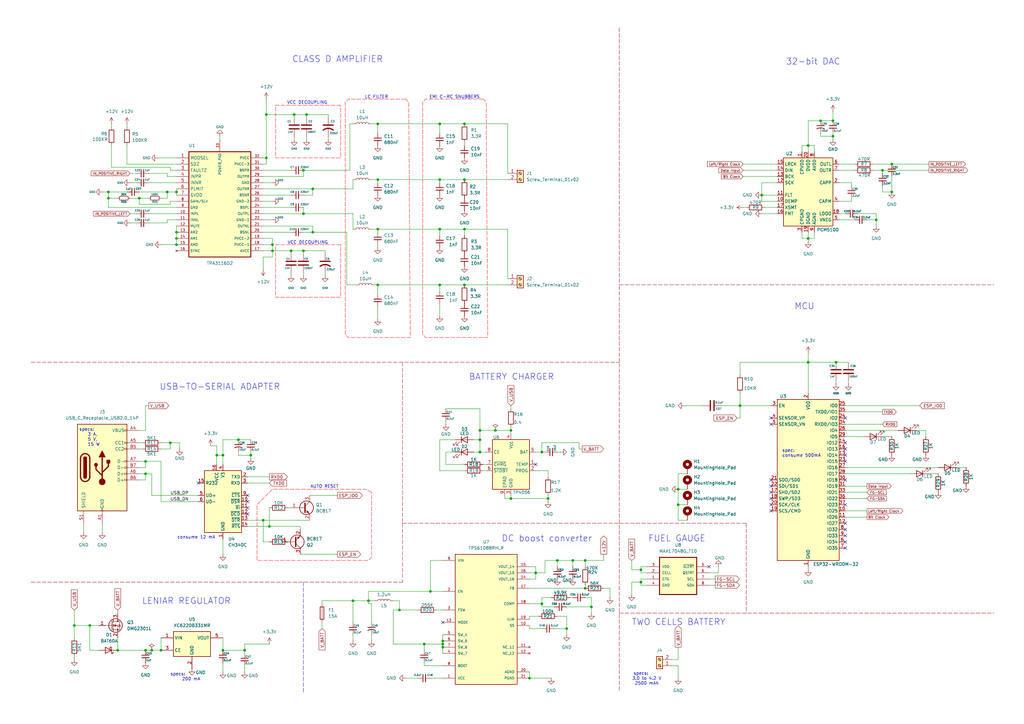
<source format=kicad_sch>
(kicad_sch (version 20250114) (generator "eeschema") (generator_version "9.0")
  (paper "A3")
  (title_block (title "BLUETOOTH SPEAKER") (date "2025-11-18") (rev "001") (company "MOHAMMED S. BAAYOU") (comment 4 "AUTHOR: M. S. BAAYOU"))
  (lib_symbols
    (symbol "Audio:PCM5100"
      (property "Reference" "U" (at -10.16 13.97 0))
      (property "Value" "PCM5100" (at 3.81 13.97 0))
      (symbol "PCM5100_1_1"
        (pin input line (at -12.7 10.16 0) (length 2.54) (name "LRCK") (number "15"))
        (pin input line (at -12.7 7.62 0) (length 2.54) (name "DIN") (number "14"))
        (pin input line (at -12.7 5.08 0) (length 2.54) (name "BCK") (number "13"))
        (pin input line (at -12.7 2.54 0) (length 2.54) (name "SCK") (number "12"))
        (pin input line (at -12.7 -2.54 0) (length 2.54) (name "FLT") (number "11"))
        (pin input line (at -12.7 -5.08 0) (length 2.54) (name "DEMP") (number "10"))
        (pin input line (at -12.7 -7.62 0) (length 2.54) (name "XSMT") (number "17"))
        (pin input line (at -12.7 -10.16 0) (length 2.54) (name "FMT") (number "16"))
        (pin passive line (at -2.54 15.24 270) (length 2.54) (name "CPVDD") (number "1"))
        (pin power_in line (at -2.54 -17.78 90) (length 2.54) (name "CPGND") (number "3"))
        (pin power_in line (at 0 15.24 270) (length 2.54) (name "DVDD") (number "20"))
        (pin power_in line (at 0 -17.78 90) (length 2.54) (name "DGND") (number "19"))
        (pin power_in line (at 2.54 15.24 270) (length 2.54) (name "AVDD") (number "8"))
        (pin power_in line (at 2.54 -17.78 90) (length 2.54) (name "AGND") (number "9"))
        (pin output line (at 12.7 10.16 180) (length 2.54) (name "OUTL") (number "6"))
        (pin output line (at 12.7 7.62 180) (length 2.54) (name "OUTR") (number "7"))
        (pin passive line (at 12.7 2.54 180) (length 2.54) (name "CAPP") (number "2"))
        (pin passive line (at 12.7 -5.08 180) (length 2.54) (name "CAPM") (number "4"))
        (pin passive line (at 12.7 -10.16 180) (length 2.54) (name "LDOO") (number "18"))
        (pin passive line (at 12.7 -12.7 180) (length 2.54) (name "VNEG") (number "5"))
      )
    )
    (symbol "BLUETOOTH_SPEAKER_Library:MAX17048G_T10" (pin_names (offset 1.016))
      (property "Reference" "U" (at -7.112 8.382 0))
      (property "Value" "MAX17048G_T10" (at -7.874 -10.414 0))
      (symbol "MAX17048G_T10_0_0"
        (pin power_in line (at -12.7 3.81 0) (length 5.08) (name "VDD") (number "3"))
        (pin power_in line (at -12.7 1.27 0) (length 5.08) (name "CELL") (number "2"))
        (pin power_in line (at -12.7 -1.27 0) (length 5.08) (name "CTG") (number "1"))
        (pin power_in line (at -12.7 -3.81 0) (length 5.08) (name "GND") (number "4"))
        (pin output line (at 12.7 3.81 180) (length 5.08) (name "~{ALERT}") (number "5"))
        (pin input line (at 12.7 1.27 180) (length 5.08) (name "QSTRT") (number "6"))
        (pin input line (at 12.7 -1.27 180) (length 5.08) (name "SCL") (number "7"))
        (pin bidirectional line (at 12.7 -3.81 180) (length 5.08) (name "SDA") (number "8"))
      )
    )
    (symbol "BLUETOOTH_SPEAKER_Library:TPA3116D2"
      (property "Reference" "U1" (at -11.43 24.13 0))
      (property "Value" "TPA3116D2" (at 0 -24.13 0))
      (symbol "TPA3116D2_0_0"
        (pin input line (at -17.78 1.27 0) (length 5.08) (name "GAIN/SLV") (number "8"))
        (pin input line (at -17.78 -3.81 0) (length 5.08) (name "INPL") (number "10"))
        (pin input line (at -17.78 -6.35 0) (length 5.08) (name "INNL") (number "11"))
        (pin passive line (at -17.78 -8.89 0) (length 5.08) (name "MUTE") (number "12"))
        (pin passive line (at -17.78 -11.43 0) (length 5.08) (name "AM2") (number "13"))
        (pin passive line (at -17.78 -13.97 0) (length 5.08) (name "AM1") (number "14"))
        (pin passive line (at -17.78 -16.51 0) (length 5.08) (name "AMO") (number "15"))
        (pin no_connect line (at -17.78 -19.05 0) (length 5.08) (name "SYNC") (number "16"))
        (pin power_in line (at 17.78 19.05 180) (length 5.08) (name "PVCC") (number "32"))
        (pin power_in line (at 17.78 16.51 180) (length 5.08) (name "PVCC-3") (number "31"))
        (pin bidirectional line (at 17.78 13.97 180) (length 5.08) (name "BSPR") (number "30"))
        (pin output line (at 17.78 11.43 180) (length 5.08) (name "OUTPR") (number "29"))
        (pin power_in line (at 17.78 8.89 180) (length 5.08) (name "GND") (number "28"))
        (pin output line (at 17.78 6.35 180) (length 5.08) (name "OUTNR") (number "27"))
        (pin bidirectional line (at 17.78 3.81 180) (length 5.08) (name "BSNR") (number "26"))
        (pin power_in line (at 17.78 1.27 180) (length 5.08) (name "GND-2") (number "25"))
        (pin bidirectional line (at 17.78 -1.27 180) (length 5.08) (name "BSPL") (number "24"))
        (pin power_out line (at 17.78 -3.81 180) (length 5.08) (name "OUTPL") (number "23"))
        (pin power_in line (at 17.78 -6.35 180) (length 5.08) (name "GND-1") (number "22"))
        (pin power_out line (at 17.78 -8.89 180) (length 5.08) (name "OUTNL") (number "21"))
        (pin bidirectional line (at 17.78 -11.43 180) (length 5.08) (name "BSNL") (number "20"))
        (pin power_in line (at 17.78 -13.97 180) (length 5.08) (name "PVCC-2") (number "19"))
        (pin power_in line (at 17.78 -16.51 180) (length 5.08) (name "PVCC-1") (number "18"))
        (pin power_in line (at 17.78 -19.05 180) (length 5.08) (name "AVCC") (number "17"))
      )
      (symbol "TPA3116D2_1_0"
        (pin power_in line (at -17.78 -1.27 0) (length 5.08) (name "GND") (number "9"))
        (pin input line (at 0 26.67 270) (length 5.08) (name "POWER_PAD") (number "33"))
      )
      (symbol "TPA3116D2_1_1"
        (pin passive line (at -17.78 19.05 0) (length 5.08) (name "MODSEL") (number "1"))
        (pin input line (at -17.78 16.51 0) (length 5.08) (name "SDZ") (number "2"))
        (pin output line (at -17.78 13.97 0) (length 5.08) (name "FAULTZ") (number "3"))
        (pin input line (at -17.78 11.43 0) (length 5.08) (name "INPR") (number "4"))
        (pin input line (at -17.78 8.89 0) (length 5.08) (name "INNR") (number "5"))
        (pin input line (at -17.78 6.35 0) (length 5.08) (name "PLMIT") (number "6"))
        (pin power_out line (at -17.78 3.81 0) (length 5.08) (name "GVDD") (number "7"))
      )
    )
    (symbol "BLUETOOTH_SPEAKER_Library:TPS61088RHLR" (pin_names (offset 1.016))
      (property "Reference" "U7" (at 0 30.48 0))
      (property "Value" "TPS61088RHLR" (at 0 27.94 0))
      (symbol "TPS61088RHLR_0_0"
        (pin input line (at -17.78 22.86 0) (length 5.08) (name "VIN") (number "9"))
        (pin input line (at -17.78 10.16 0) (length 5.08) (name "EN") (number "2"))
        (pin input line (at -17.78 2.54 0) (length 5.08) (name "FSW") (number "3"))
        (pin input line (at -17.78 -2.54 0) (length 5.08) (name "MODE") (number "13"))
        (pin input line (at -17.78 -7.62 0) (length 5.08) (name "SW_4") (number "5"))
        (pin input line (at -17.78 -10.16 0) (length 5.08) (name "SW_5") (number "6"))
        (pin input line (at -17.78 -12.7 0) (length 5.08) (name "SW_6") (number "7"))
        (pin input line (at -17.78 -15.24 0) (length 5.08) (name "SW_7") (number "4"))
        (pin output line (at -17.78 -20.32 0) (length 5.08) (name "BOOT") (number "8"))
        (pin output line (at -17.78 -25.4 0) (length 5.08) (name "VCC") (number "1"))
        (pin power_out line (at 17.78 20.32 180) (length 5.08) (name "VOUT_14") (number "15"))
        (pin power_out line (at 17.78 17.78 180) (length 5.08) (name "VOUT_15") (number "16"))
        (pin power_out line (at 17.78 15.24 180) (length 5.08) (name "VOUT_16") (number "14"))
        (pin input line (at 17.78 11.43 180) (length 5.08) (name "FB") (number "17"))
        (pin output line (at 17.78 5.08 180) (length 5.08) (name "COMP") (number "18"))
        (pin output line (at 17.78 -1.27 180) (length 5.08) (name "ILIM") (number "19"))
        (pin output line (at 17.78 -3.81 180) (length 5.08) (name "SS") (number "10"))
        (pin no_connect line (at 17.78 -12.7 180) (length 5.08) (name "NC_11") (number "11"))
        (pin no_connect line (at 17.78 -15.24 180) (length 5.08) (name "NC_12") (number "12"))
        (pin power_in line (at 17.78 -22.86 180) (length 5.08) (name "AGND") (number "20"))
        (pin power_in line (at 17.78 -25.4 180) (length 5.08) (name "PGND") (number "21"))
        (pin power_in line (at 17.78 -25.4 180) (length 5.08) (hide yes) (name "PGND") (number "22"))
        (pin power_in line (at 17.78 -25.4 180) (length 5.08) (hide yes) (name "PGND") (number "23"))
        (pin power_in line (at 17.78 -25.4 180) (length 5.08) (hide yes) (name "PGND") (number "24"))
        (pin power_in line (at 17.78 -25.4 180) (length 5.08) (hide yes) (name "PGND") (number "25"))
        (pin power_in line (at 17.78 -25.4 180) (length 5.08) (hide yes) (name "PGND") (number "26"))
        (pin power_in line (at 17.78 -25.4 180) (length 5.08) (hide yes) (name "PGND") (number "27"))
        (pin power_in line (at 17.78 -25.4 180) (length 5.08) (hide yes) (name "PGND") (number "28"))
        (pin power_in line (at 17.78 -25.4 180) (length 5.08) (hide yes) (name "PGND") (number "29"))
      )
    )
    (symbol "Battery_Management:TP4056-42-ESOP8"
      (property "Reference" "U" (at -6.604 11.684 0))
      (property "Value" "TP4056-42-ESOP8" (at 10.16 11.684 0))
      (symbol "TP4056-42-ESOP8_1_0"
        (pin input line (at -10.16 5.08 0) (length 2.54) (name "CE") (number "8"))
        (pin open_collector line (at -10.16 0 0) (length 2.54) (name "~{CHRG}") (number "7"))
        (pin open_collector line (at -10.16 -2.54 0) (length 2.54) (name "~{STDBY}") (number "6"))
        (pin passive line (at -2.54 -12.7 90) (length 2.54) (name "EPAD") (number "9"))
        (pin power_in line (at 0 12.7 270) (length 2.54) (name "V_{CC}") (number "4"))
        (pin power_in line (at 0 -12.7 90) (length 2.54) (name "GND") (number "3"))
        (pin power_out line (at 10.16 5.08 180) (length 2.54) (name "BAT") (number "5"))
        (pin input line (at 10.16 0 180) (length 2.54) (name "TEMP") (number "1"))
        (pin passive line (at 10.16 -2.54 180) (length 2.54) (name "PROG") (number "2"))
      )
    )
    (symbol "Connector:Screw_Terminal_01x02" (pin_names (offset 1.016) (hide yes))
      (property "Reference" "J" (at 0 2.54 0))
      (property "Value" "Screw_Terminal_01x02" (at 0 -5.08 0))
      (symbol "Screw_Terminal_01x02_1_1"
        (pin passive line (at -5.08 0 0) (length 3.81) (name "Pin_1") (number "1"))
        (pin passive line (at -5.08 -2.54 0) (length 3.81) (name "Pin_2") (number "2"))
      )
    )
    (symbol "Connector:USB_C_Receptacle_USB2.0_14P" (pin_names (offset 1.016))
      (property "Reference" "J" (at 0 22.225 0))
      (property "Value" "USB_C_Receptacle_USB2.0_14P" (at 0 19.685 0))
      (symbol "USB_C_Receptacle_USB2.0_14P_1_1"
        (pin passive line (at -7.62 -22.86 90) (length 5.08) (name "SHIELD") (number "S1"))
        (pin passive line (at 0 -22.86 90) (length 5.08) (name "GND") (number "A1"))
        (pin passive line (at 0 -22.86 90) (length 5.08) (hide yes) (name "GND") (number "A12"))
        (pin passive line (at 0 -22.86 90) (length 5.08) (hide yes) (name "GND") (number "B1"))
        (pin passive line (at 0 -22.86 90) (length 5.08) (hide yes) (name "GND") (number "B12"))
        (pin passive line (at 15.24 15.24 180) (length 5.08) (name "VBUS") (number "A4"))
        (pin passive line (at 15.24 15.24 180) (length 5.08) (hide yes) (name "VBUS") (number "A9"))
        (pin passive line (at 15.24 15.24 180) (length 5.08) (hide yes) (name "VBUS") (number "B4"))
        (pin passive line (at 15.24 15.24 180) (length 5.08) (hide yes) (name "VBUS") (number "B9"))
        (pin bidirectional line (at 15.24 10.16 180) (length 5.08) (name "CC1") (number "A5"))
        (pin bidirectional line (at 15.24 7.62 180) (length 5.08) (name "CC2") (number "B5"))
        (pin bidirectional line (at 15.24 2.54 180) (length 5.08) (name "D-") (number "A7"))
        (pin bidirectional line (at 15.24 0 180) (length 5.08) (name "D-") (number "B7"))
        (pin bidirectional line (at 15.24 -2.54 180) (length 5.08) (name "D+") (number "A6"))
        (pin bidirectional line (at 15.24 -5.08 180) (length 5.08) (name "D+") (number "B6"))
      )
    )
    (symbol "Device:C" (pin_numbers (hide yes)) (pin_names (offset 0.254))
      (property "Reference" "C" (at 0.635 2.54 0))
      (property "Value" "C" (at 0.635 -2.54 0))
      (symbol "C_1_1"
        (pin passive line (at 0 3.81 270) (length 2.794) (name "~") (number "1"))
        (pin passive line (at 0 -3.81 90) (length 2.794) (name "~") (number "2"))
      )
    )
    (symbol "Device:C_Small" (pin_numbers (hide yes)) (pin_names (offset 0.254) (hide yes))
      (property "Reference" "C" (at 0.254 1.778 0))
      (property "Value" "C_Small" (at 0.254 -2.032 0))
      (symbol "C_Small_1_1"
        (pin passive line (at 0 2.54 270) (length 2.032) (name "~") (number "1"))
        (pin passive line (at 0 -2.54 90) (length 2.032) (name "~") (number "2"))
      )
    )
    (symbol "Device:C_Small_US" (pin_numbers (hide yes)) (pin_names (offset 0.254) (hide yes))
      (property "Reference" "C" (at 0.254 1.778 0))
      (property "Value" "C_Small_US" (at 0.254 -2.032 0))
      (symbol "C_Small_US_1_1"
        (pin passive line (at 0 2.54 270) (length 2.032) (name "~") (number "1"))
        (pin passive line (at 0 -2.54 90) (length 2.032) (name "~") (number "2"))
      )
    )
    (symbol "Device:C_US" (pin_numbers (hide yes)) (pin_names (offset 0.254) (hide yes))
      (property "Reference" "C" (at 0.635 2.54 0))
      (property "Value" "C_US" (at 0.635 -2.54 0))
      (symbol "C_US_1_1"
        (pin passive line (at 0 3.81 270) (length 2.794) (name "~") (number "1"))
        (pin passive line (at 0 -3.81 90) (length 3.302) (name "~") (number "2"))
      )
    )
    (symbol "Device:Fuse" (pin_numbers (hide yes)) (pin_names (offset 0))
      (property "Reference" "F" (at 2.032 0 90))
      (property "Value" "Fuse" (at -1.905 0 90))
      (symbol "Fuse_1_1"
        (pin passive line (at 0 3.81 270) (length 1.27) (name "~") (number "1"))
        (pin passive line (at 0 -3.81 90) (length 1.27) (name "~") (number "2"))
      )
    )
    (symbol "Device:L" (pin_numbers (hide yes)) (pin_names (offset 1.016) (hide yes))
      (property "Reference" "L" (at -1.27 0 90))
      (property "Value" "L" (at 1.905 0 90))
      (symbol "L_1_1"
        (pin passive line (at 0 3.81 270) (length 1.27) (name "1") (number "1"))
        (pin passive line (at 0 -3.81 90) (length 1.27) (name "2") (number "2"))
      )
    )
    (symbol "Device:LED" (pin_numbers (hide yes)) (pin_names (offset 1.016) (hide yes))
      (property "Reference" "D" (at 0 2.54 0))
      (property "Value" "LED" (at 0 -2.54 0))
      (symbol "LED_1_1"
        (pin passive line (at -3.81 0 0) (length 2.54) (name "K") (number "1"))
        (pin passive line (at 3.81 0 180) (length 2.54) (name "A") (number "2"))
      )
    )
    (symbol "Device:R" (pin_numbers (hide yes)) (pin_names (offset 0))
      (property "Reference" "R" (at 2.032 0 90))
      (property "Value" "R" (at 0 0 90))
      (symbol "R_1_1"
        (pin passive line (at 0 3.81 270) (length 1.27) (name "~") (number "1"))
        (pin passive line (at 0 -3.81 90) (length 1.27) (name "~") (number "2"))
      )
    )
    (symbol "Device:R_Small" (pin_numbers (hide yes)) (pin_names (offset 0.254) (hide yes))
      (property "Reference" "R" (at 0 0 90))
      (property "Value" "R_Small" (at 1.778 0 90))
      (symbol "R_Small_1_1"
        (pin passive line (at 0 2.54 270) (length 0.762) (name "~") (number "1"))
        (pin passive line (at 0 -2.54 90) (length 0.762) (name "~") (number "2"))
      )
    )
    (symbol "Diode:BAT60A" (pin_numbers (hide yes)) (pin_names (offset 1.016) (hide yes))
      (property "Reference" "D" (at 0 2.54 0))
      (property "Value" "BAT60A" (at 0 -2.54 0))
      (symbol "BAT60A_1_1"
        (pin passive line (at -3.81 0 0) (length 2.54) (name "K") (number "1"))
        (pin passive line (at 3.81 0 180) (length 2.54) (name "A") (number "2"))
      )
    )
    (symbol "Interface_USB:CH340C"
      (property "Reference" "U4" (at 2.1433 -15.24 0))
      (property "Value" "CH340C" (at 2.1433 -17.78 0))
      (symbol "CH340C_1_1"
        (pin input line (at -10.16 7.62 0) (length 2.54) (name "R232") (number "15"))
        (pin bidirectional line (at -10.16 2.54 0) (length 2.54) (name "UD+") (number "5"))
        (pin bidirectional line (at -10.16 0 0) (length 2.54) (name "UD-") (number "6"))
        (pin no_connect line (at -7.62 -5.08 0) (length 2.54) (hide yes) (name "NC") (number "7"))
        (pin no_connect line (at -7.62 -7.62 0) (length 2.54) (hide yes) (name "NC") (number "8"))
        (pin power_in line (at -2.54 15.24 270) (length 2.54) (name "VCC") (number "16"))
        (pin power_in line (at 0 15.24 270) (length 2.54) (name "V3") (number "4"))
        (pin power_in line (at 0 -15.24 90) (length 2.54) (name "GND") (number "1"))
        (pin output line (at 10.16 10.16 180) (length 2.54) (name "TXD") (number "2"))
        (pin input line (at 10.16 7.62 180) (length 2.54) (name "RXD") (number "3"))
        (pin input line (at 10.16 2.54 180) (length 2.54) (name "~{CTS}") (number "9"))
        (pin input line (at 10.16 0 180) (length 2.54) (name "~{DSR}") (number "10"))
        (pin input line (at 10.16 -2.54 180) (length 2.54) (name "~{RI}") (number "11"))
        (pin input line (at 10.16 -5.08 180) (length 2.54) (name "~{DCD}") (number "12"))
        (pin output line (at 10.16 -7.62 180) (length 2.54) (name "~{DTR}") (number "13"))
        (pin output line (at 10.16 -10.16 180) (length 2.54) (name "~{RTS}") (number "14"))
      )
    )
    (symbol "Mechanical:MountingHole_Pad" (pin_numbers (hide yes)) (pin_names (offset 1.016) (hide yes)) (in_bom no)
      (property "Reference" "H" (at 0 6.35 0))
      (property "Value" "MountingHole_Pad" (at 0 4.445 0))
      (symbol "MountingHole_Pad_1_1"
        (pin input line (at 0 -2.54 90) (length 2.54) (name "1") (number "1"))
      )
    )
    (symbol "RF_Module:ESP32-WROOM-32"
      (property "Reference" "U" (at -12.7 34.29 0))
      (property "Value" "ESP32-WROOM-32" (at 1.27 34.29 0))
      (symbol "ESP32-WROOM-32_1_1"
        (pin input line (at -15.24 30.48 0) (length 2.54) (name "EN") (number "3"))
        (pin input line (at -15.24 25.4 0) (length 2.54) (name "SENSOR_VP") (number "4"))
        (pin input line (at -15.24 22.86 0) (length 2.54) (name "SENSOR_VN") (number "5"))
        (pin bidirectional line (at -15.24 0 0) (length 2.54) (name "SDO/SD0") (number "21"))
        (pin bidirectional line (at -15.24 -2.54 0) (length 2.54) (name "SDI/SD1") (number "22"))
        (pin bidirectional line (at -15.24 -5.08 0) (length 2.54) (name "SHD/SD2") (number "17"))
        (pin bidirectional line (at -15.24 -7.62 0) (length 2.54) (name "SWP/SD3") (number "18"))
        (pin bidirectional line (at -15.24 -10.16 0) (length 2.54) (name "SCK/CLK") (number "20"))
        (pin bidirectional line (at -15.24 -12.7 0) (length 2.54) (name "SCS/CMD") (number "19"))
        (pin no_connect line (at -12.7 -27.94 0) (length 2.54) (hide yes) (name "NC") (number "32"))
        (pin power_in line (at 0 35.56 270) (length 2.54) (name "VDD") (number "2"))
        (pin power_in line (at 0 -35.56 90) (length 2.54) (name "GND") (number "1"))
        (pin passive line (at 0 -35.56 90) (length 2.54) (hide yes) (name "GND") (number "15"))
        (pin passive line (at 0 -35.56 90) (length 2.54) (hide yes) (name "GND") (number "38"))
        (pin passive line (at 0 -35.56 90) (length 2.54) (hide yes) (name "GND") (number "39"))
        (pin bidirectional line (at 15.24 30.48 180) (length 2.54) (name "IO0") (number "25"))
        (pin bidirectional line (at 15.24 27.94 180) (length 2.54) (name "TXD0/IO1") (number "35"))
        (pin bidirectional line (at 15.24 25.4 180) (length 2.54) (name "IO2") (number "24"))
        (pin bidirectional line (at 15.24 22.86 180) (length 2.54) (name "RXD0/IO3") (number "34"))
        (pin bidirectional line (at 15.24 20.32 180) (length 2.54) (name "IO4") (number "26"))
        (pin bidirectional line (at 15.24 17.78 180) (length 2.54) (name "IO5") (number "29"))
        (pin bidirectional line (at 15.24 15.24 180) (length 2.54) (name "IO12") (number "14"))
        (pin bidirectional line (at 15.24 12.7 180) (length 2.54) (name "IO13") (number "16"))
        (pin bidirectional line (at 15.24 10.16 180) (length 2.54) (name "IO14") (number "13"))
        (pin bidirectional line (at 15.24 7.62 180) (length 2.54) (name "IO15") (number "23"))
        (pin bidirectional line (at 15.24 5.08 180) (length 2.54) (name "IO16") (number "27"))
        (pin bidirectional line (at 15.24 2.54 180) (length 2.54) (name "IO17") (number "28"))
        (pin bidirectional line (at 15.24 0 180) (length 2.54) (name "IO18") (number "30"))
        (pin bidirectional line (at 15.24 -2.54 180) (length 2.54) (name "IO19") (number "31"))
        (pin bidirectional line (at 15.24 -5.08 180) (length 2.54) (name "IO21") (number "33"))
        (pin bidirectional line (at 15.24 -7.62 180) (length 2.54) (name "IO22") (number "36"))
        (pin bidirectional line (at 15.24 -10.16 180) (length 2.54) (name "IO23") (number "37"))
        (pin bidirectional line (at 15.24 -12.7 180) (length 2.54) (name "IO25") (number "10"))
        (pin bidirectional line (at 15.24 -15.24 180) (length 2.54) (name "IO26") (number "11"))
        (pin bidirectional line (at 15.24 -17.78 180) (length 2.54) (name "IO27") (number "12"))
        (pin bidirectional line (at 15.24 -20.32 180) (length 2.54) (name "IO32") (number "8"))
        (pin bidirectional line (at 15.24 -22.86 180) (length 2.54) (name "IO33") (number "9"))
        (pin input line (at 15.24 -25.4 180) (length 2.54) (name "IO34") (number "6"))
        (pin input line (at 15.24 -27.94 180) (length 2.54) (name "IO35") (number "7"))
      )
    )
    (symbol "Regulator_Linear:XC6220B331MR"
      (property "Reference" "U" (at 0 8.89 0))
      (property "Value" "XC6220B331MR" (at 0 6.35 0))
      (symbol "XC6220B331MR_1_1"
        (pin power_in line (at -12.7 2.54 0) (length 5.08) (name "VIN") (number "1"))
        (pin input line (at -12.7 -2.54 0) (length 5.08) (name "CE") (number "3"))
        (pin power_in line (at 0 -10.16 90) (length 5.08) (name "GND") (number "2"))
        (pin no_connect line (at 7.62 -2.54 180) (length 5.08) (hide yes) (name "NC") (number "4"))
        (pin power_out line (at 12.7 2.54 180) (length 5.08) (name "VOUT") (number "5"))
      )
    )
    (symbol "Transistor_BJT:BC817" (pin_names (offset 0) (hide yes))
      (property "Reference" "Q" (at 5.08 1.905 0))
      (property "Value" "BC817" (at 5.08 0 0))
      (symbol "BC817_1_1"
        (pin input line (at -5.08 0 0) (length 2.54) (name "B") (number "1"))
        (pin passive line (at 2.54 5.08 270) (length 2.54) (name "C") (number "3"))
        (pin passive line (at 2.54 -5.08 90) (length 2.54) (name "E") (number "2"))
      )
    )
    (symbol "Transistor_FET:DMG2301L" (pin_names (hide yes))
      (property "Reference" "Q" (at 5.08 1.905 0))
      (property "Value" "DMG2301L" (at 5.08 0 0))
      (symbol "DMG2301L_1_1"
        (pin input line (at -5.08 0 0) (length 2.54) (name "G") (number "1"))
        (pin passive line (at 2.54 5.08 270) (length 2.54) (name "D") (number "3"))
        (pin passive line (at 2.54 -5.08 90) (length 2.54) (name "S") (number "2"))
      )
    )
    (symbol "power:+12V" (power) (pin_numbers (hide yes)) (pin_names (offset 0) (hide yes))
      (property "Value" "+12V" (at 0 3.556 0))
      (symbol "+12V_1_1"
        (pin power_in line (at 0 0 90) (length 0) (name "~") (number "1"))
      )
    )
    (symbol "power:+3.3V" (power) (pin_numbers (hide yes)) (pin_names (offset 0) (hide yes))
      (property "Value" "+3.3V" (at 0 3.556 0))
      (symbol "+3.3V_1_1"
        (pin power_in line (at 0 0 90) (length 0) (name "~") (number "1"))
      )
    )
    (symbol "power:GND" (power) (pin_numbers (hide yes)) (pin_names (offset 0) (hide yes))
      (property "Value" "GND" (at 0 -3.81 0))
      (symbol "GND_1_1"
        (pin power_in line (at 0 0 270) (length 0) (name "~") (number "1"))
      )
    )
    (symbol "power:PWR_FLAG" (power) (pin_numbers (hide yes)) (pin_names (offset 0) (hide yes))
      (property "Value" "PWR_FLAG" (at 0 3.81 0))
      (symbol "PWR_FLAG_0_0"
        (pin power_out line (at 0 0 90) (length 0) (name "~") (number "1"))
      )
    )
  )
  (text "consume 12 mA" (at 80.518 220.472 0) (effects (font (size 1.27 1.27))))
  (text "BATTERY CHARGER" (at 209.804 154.686 0) (effects (font (size 2.54 2.54))))
  (text "VCC DECOUPLING" (at 125.984 42.164 0) (effects (font (size 1.27 1.27))))
  (text "VCC DECOUPLING" (at 126.238 99.568 0) (effects (font (size 1.27 1.27))))
  (text "specs: \n	3 A, \n	5 V, \n	15 W" (at 36.068 179.324 0) (effects (font (size 1.27 1.27))))
  (text "spec:\nconsume 500mA" (at 320.802 185.928 0) (effects (font (size 1.27 1.27)) (justify left)))
  (text "AUTO RESET" (at 133.096 199.644 0) (effects (font (size 1.27 1.27))))
  (text "DC boost converter" (at 224.282 220.98 0) (effects (font (size 2.54 2.54))))
  (text "MCU" (at 329.946 125.73 0) (effects (font (size 2.54 2.54))))
  (text "specs:\n	3.0 to 4.2 V\n	2500 mAh" (at 262.89 278.384 0) (effects (font (size 1.27 1.27))))
  (text "FUEL GAUGE" (at 277.622 220.98 0) (effects (font (size 2.54 2.54))))
  (text "EMI C-RC SNUBBERS" (at 186.436 39.878 0) (effects (font (size 1.27 1.27))))
  (text "CLASS D AMPLIFIER" (at 138.43 24.384 0) (effects (font (size 2.54 2.54))))
  (text "TWO CELLS BATTERY" (at 278.384 255.27 0) (effects (font (size 2.54 2.54))))
  (text "LC FILTER" (at 154.432 39.878 0) (effects (font (size 1.27 1.27))))
  (text "LENIAR REGULATOR" (at 76.454 246.634 0) (effects (font (size 2.54 2.54))))
  (text "USB-TO-SERIAL ADAPTER" (at 90.17 158.75 0) (effects (font (size 2.54 2.54))))
  (text "32-bit DAC" (at 333.502 25.4 0) (effects (font (size 2.54 2.54))))
  (text "specs:\n	200 mA" (at 69.85 277.622 0) (effects (font (size 1.27 1.27)) (justify left)))
  (junction (at 342.9 148.59))
  (junction (at 361.95 69.85))
  (junction (at 180.34 93.98))
  (junction (at 180.34 50.8))
  (junction (at 125.73 46.99))
  (junction (at 124.46 69.85))
  (junction (at 336.55 49.53))
  (junction (at 176.53 242.57))
  (junction (at 262.89 238.76))
  (junction (at 120.65 46.99))
  (junction (at 262.89 233.68))
  (junction (at 72.39 97.79))
  (junction (at 68.58 78.74))
  (junction (at 44.45 78.74))
  (junction (at 181.61 262.89))
  (junction (at 365.76 78.74))
  (junction (at 278.13 207.01))
  (junction (at 154.94 50.8))
  (junction (at 69.85 181.61))
  (junction (at 303.53 166.37))
  (junction (at 72.39 95.25))
  (junction (at 219.71 234.95))
  (junction (at 341.63 55.88))
  (junction (at 124.46 87.63))
  (junction (at 100.33 266.7))
  (junction (at 48.26 266.7))
  (junction (at 124.46 102.87))
  (junction (at 128.27 95.25))
  (junction (at 66.04 266.7))
  (junction (at 359.41 90.17))
  (junction (at 107.95 213.36))
  (junction (at 365.76 67.31))
  (junction (at 144.78 246.38))
  (junction (at 111.76 100.33))
  (junction (at 163.83 250.19))
  (junction (at 242.57 248.92))
  (junction (at 190.5 93.98))
  (junction (at 228.6 229.87))
  (junction (at 102.87 186.69))
  (junction (at 222.25 247.65))
  (junction (at 91.44 186.69))
  (junction (at 196.85 176.53))
  (junction (at 180.34 73.66))
  (junction (at 232.41 257.81))
  (junction (at 224.79 204.47))
  (junction (at 341.63 49.53))
  (junction (at 331.47 97.79))
  (junction (at 217.17 278.13))
  (junction (at 154.94 73.66))
  (junction (at 151.13 246.38))
  (junction (at 59.69 189.23))
  (junction (at 181.61 264.16))
  (junction (at 72.39 78.74))
  (junction (at 88.9 186.69))
  (junction (at 110.49 215.9))
  (junction (at 59.69 266.7))
  (junction (at 190.5 73.66))
  (junction (at 111.76 102.87))
  (junction (at 203.2 176.53))
  (junction (at 59.69 194.31))
  (junction (at 209.55 176.53))
  (junction (at 240.03 229.87))
  (junction (at 36.83 256.54))
  (junction (at 154.94 93.98))
  (junction (at 128.27 77.47))
  (junction (at 190.5 50.8))
  (junction (at 278.13 200.66))
  (junction (at 209.55 204.47))
  (junction (at 196.85 180.34))
  (junction (at 109.22 64.77))
  (junction (at 173.99 264.16))
  (junction (at 240.03 241.3))
  (junction (at 196.85 185.42))
  (junction (at 331.47 59.69))
  (junction (at 57.15 81.28))
  (junction (at 109.22 46.99))
  (junction (at 30.48 256.54))
  (junction (at 72.39 100.33))
  (junction (at 180.34 116.84))
  (junction (at 190.5 116.84))
  (junction (at 312.42 80.01))
  (junction (at 234.95 229.87))
  (junction (at 331.47 148.59))
  (junction (at 154.94 116.84))
  (junction (at 97.79 180.34))
  (junction (at 91.44 266.7))
  (junction (at 62.23 266.7))
  (junction (at 222.25 185.42))
  (junction (at 119.38 102.87))
  (junction (at 181.61 265.43))
  (junction (at 44.45 81.28))
  (no_connect (at 101.6 205.74))
  (no_connect (at 316.23 199.39))
  (no_connect (at 346.71 224.79))
  (no_connect (at 316.23 204.47))
  (no_connect (at 346.71 217.17))
  (no_connect (at 346.71 222.25))
  (no_connect (at 81.28 198.12))
  (no_connect (at 316.23 209.55))
  (no_connect (at 101.6 208.28))
  (no_connect (at 101.6 203.2))
  (no_connect (at 346.71 181.61))
  (no_connect (at 316.23 207.01))
  (no_connect (at 346.71 207.01))
  (no_connect (at 346.71 171.45))
  (no_connect (at 346.71 219.71))
  (no_connect (at 346.71 184.15))
  (no_connect (at 316.23 196.85))
  (no_connect (at 101.6 210.82))
  (no_connect (at 290.83 232.41))
  (no_connect (at 346.71 196.85))
  (no_connect (at 346.71 214.63))
  (no_connect (at 346.71 186.69))
  (no_connect (at 316.23 173.99))
  (no_connect (at 219.71 190.5))
  (no_connect (at 346.71 189.23))
  (no_connect (at 316.23 201.93))
  (no_connect (at 316.23 171.45))
  (no_connect (at 181.61 255.27))
  (wire (pts (xy 68.58 90.17) (xy 72.39 90.17)))
  (wire (pts (xy 133.35 104.14) (xy 133.35 102.87)))
  (wire (pts (xy 349.25 76.2) (xy 349.25 74.93)))
  (wire (pts (xy 331.47 95.25) (xy 331.47 97.79)))
  (wire (pts (xy 341.63 54.61) (xy 341.63 55.88)))
  (wire (pts (xy 209.55 176.53) (xy 209.55 177.8)))
  (wire (pts (xy 173.99 264.16) (xy 173.99 266.7)))
  (wire (pts (xy 179.07 250.19) (xy 181.61 250.19)))
  (wire (pts (xy 344.17 87.63) (xy 346.71 87.63)))
  (wire (pts (xy 59.69 196.85) (xy 59.69 194.31)))
  (wire (pts (xy 375.92 176.53) (xy 379.73 176.53)))
  (wire (pts (xy 66.04 261.62) (xy 66.04 266.7)))
  (wire (pts (xy 110.49 215.9) (xy 123.19 215.9)))
  (wire (pts (xy 163.83 250.19) (xy 171.45 250.19)))
  (wire (pts (xy 34.29 214.63) (xy 34.29 218.44)))
  (wire (pts (xy 66.04 100.33) (xy 72.39 100.33)))
  (wire (pts (xy 52.07 59.69) (xy 52.07 67.31)))
  (wire (pts (xy 312.42 87.63) (xy 318.77 87.63)))
  (wire (pts (xy 240.03 229.87) (xy 247.65 229.87)))
  (wire (pts (xy 154.94 50.8) (xy 154.94 54.61)))
  (wire (pts (xy 228.6 229.87) (xy 234.95 229.87)))
  (wire (pts (xy 219.71 237.49) (xy 219.71 234.95)))
  (wire (pts (xy 128.27 77.47) (xy 144.78 77.47)))
  (wire (pts (xy 154.94 116.84) (xy 154.94 120.65)))
  (wire (pts (xy 180.34 124.46) (xy 180.34 129.54)))
  (wire (pts (xy 128.27 92.71) (xy 128.27 95.25)))
  (wire (pts (xy 217.17 257.81) (xy 217.17 256.54)))
  (wire (pts (xy 232.41 257.81) (xy 227.33 257.81)))
  (wire (pts (xy 107.95 72.39) (xy 124.46 72.39)))
  (wire (pts (xy 166.37 278.13) (xy 171.45 278.13)))
  (wire (pts (xy 88.9 186.69) (xy 88.9 190.5)))
  (wire (pts (xy 142.24 116.84) (xy 146.05 116.84)))
  (wire (pts (xy 59.69 166.37) (xy 59.69 176.53)))
  (wire (pts (xy 361.95 179.07) (xy 365.76 179.07)))
  (wire (pts (xy 180.34 116.84) (xy 190.5 116.84)))
  (wire (pts (xy 100.33 266.7) (xy 100.33 264.16)))
  (wire (pts (xy 198.12 193.04) (xy 199.39 193.04)))
  (wire (pts (xy 107.95 80.01) (xy 119.38 80.01)))
  (wire (pts (xy 163.83 250.19) (xy 163.83 246.38)))
  (wire (pts (xy 153.67 116.84) (xy 154.94 116.84)))
  (polyline (pts (xy 165.1 214.63) (xy 165.1 238.76)) (stroke (width 0) (type dash) (color 158 0 7 1)))
  (polyline (pts (xy 306.07 214.63) (xy 306.07 251.46)) (stroke (width 0) (type dash) (color 158 0 7 1)))
  (wire (pts (xy 154.94 73.66) (xy 154.94 74.93)))
  (wire (pts (xy 73.66 181.61) (xy 73.66 184.15)))
  (wire (pts (xy 118.11 208.28) (xy 119.38 208.28)))
  (wire (pts (xy 30.48 269.24) (xy 30.48 270.51)))
  (wire (pts (xy 144.78 260.35) (xy 144.78 262.89)))
  (wire (pts (xy 358.14 69.85) (xy 361.95 69.85)))
  (wire (pts (xy 90.17 55.88) (xy 90.17 57.15)))
  (wire (pts (xy 81.28 203.2) (xy 62.23 203.2)))
  (wire (pts (xy 331.47 148.59) (xy 331.47 161.29)))
  (wire (pts (xy 134.62 55.88) (xy 134.62 57.15)))
  (wire (pts (xy 120.65 46.99) (xy 120.65 48.26)))
  (wire (pts (xy 151.13 246.38) (xy 153.67 246.38)))
  (wire (pts (xy 152.4 73.66) (xy 154.94 73.66)))
  (wire (pts (xy 72.39 92.71) (xy 72.39 95.25)))
  (wire (pts (xy 217.17 237.49) (xy 219.71 237.49)))
  (wire (pts (xy 237.49 184.15) (xy 237.49 181.61)))
  (wire (pts (xy 107.95 87.63) (xy 124.46 87.63)))
  (wire (pts (xy 107.95 100.33) (xy 111.76 100.33)))
  (wire (pts (xy 176.53 229.87) (xy 176.53 242.57)))
  (wire (pts (xy 181.61 264.16) (xy 173.99 264.16)))
  (wire (pts (xy 342.9 156.21) (xy 342.9 157.48)))
  (wire (pts (xy 359.41 87.63) (xy 359.41 90.17)))
  (wire (pts (xy 154.94 93.98) (xy 154.94 95.25)))
  (wire (pts (xy 69.85 69.85) (xy 69.85 68.58)))
  (wire (pts (xy 250.19 245.11) (xy 250.19 241.3)))
  (wire (pts (xy 222.25 181.61) (xy 222.25 185.42)))
  (wire (pts (xy 128.27 77.47) (xy 128.27 80.01)))
  (wire (pts (xy 361.95 69.85) (xy 381 69.85)))
  (wire (pts (xy 101.6 215.9) (xy 110.49 215.9)))
  (wire (pts (xy 66.04 189.23) (xy 66.04 205.74)))
  (wire (pts (xy 262.89 232.41) (xy 262.89 233.68)))
  (wire (pts (xy 290.83 240.03) (xy 293.37 240.03)))
  (wire (pts (xy 359.41 90.17) (xy 359.41 92.71)))
  (wire (pts (xy 180.34 73.66) (xy 180.34 74.93)))
  (wire (pts (xy 142.24 95.25) (xy 128.27 95.25)))
  (wire (pts (xy 59.69 266.7) (xy 62.23 266.7)))
  (wire (pts (xy 346.71 201.93) (xy 355.6 201.93)))
  (wire (pts (xy 278.13 207.01) (xy 281.94 207.01)))
  (wire (pts (xy 365.76 72.39) (xy 365.76 78.74)))
  (polyline (pts (xy 124.46 238.76) (xy 124.46 284.48)) (stroke (width 0) (type dash)))
  (wire (pts (xy 134.62 48.26) (xy 134.62 46.99)))
  (wire (pts (xy 196.85 176.53) (xy 203.2 176.53)))
  (wire (pts (xy 262.89 233.68) (xy 262.89 234.95)))
  (wire (pts (xy 44.45 85.09) (xy 72.39 85.09)))
  (wire (pts (xy 111.76 100.33) (xy 111.76 102.87)))
  (wire (pts (xy 124.46 72.39) (xy 124.46 69.85)))
  (wire (pts (xy 232.41 248.92) (xy 242.57 248.92)))
  (wire (pts (xy 331.47 49.53) (xy 336.55 49.53)))
  (wire (pts (xy 60.96 74.93) (xy 72.39 74.93)))
  (wire (pts (xy 265.43 237.49) (xy 262.89 237.49)))
  (wire (pts (xy 247.65 227.33) (xy 247.65 229.87)))
  (wire (pts (xy 119.38 102.87) (xy 124.46 102.87)))
  (wire (pts (xy 278.13 194.31) (xy 278.13 200.66)))
  (wire (pts (xy 60.96 71.12) (xy 68.58 71.12)))
  (wire (pts (xy 107.95 92.71) (xy 128.27 92.71)))
  (wire (pts (xy 180.34 180.34) (xy 186.69 180.34)))
  (wire (pts (xy 111.76 105.41) (xy 111.76 102.87)))
  (wire (pts (xy 303.53 171.45) (xy 303.53 166.37)))
  (wire (pts (xy 72.39 77.47) (xy 72.39 78.74)))
  (wire (pts (xy 240.03 229.87) (xy 240.03 232.41)))
  (wire (pts (xy 60.96 166.37) (xy 59.69 166.37)))
  (wire (pts (xy 313.69 85.09) (xy 318.77 85.09)))
  (wire (pts (xy 265.43 232.41) (xy 262.89 232.41)))
  (wire (pts (xy 203.2 176.53) (xy 209.55 176.53)))
  (wire (pts (xy 57.15 189.23) (xy 59.69 189.23)))
  (wire (pts (xy 107.95 67.31) (xy 109.22 67.31)))
  (wire (pts (xy 151.13 242.57) (xy 176.53 242.57)))
  (wire (pts (xy 97.79 180.34) (xy 102.87 180.34)))
  (wire (pts (xy 240.03 240.03) (xy 240.03 241.3)))
  (wire (pts (xy 351.79 87.63) (xy 359.41 87.63)))
  (wire (pts (xy 57.15 184.15) (xy 58.42 184.15)))
  (wire (pts (xy 123.19 215.9) (xy 123.19 217.17)))
  (wire (pts (xy 107.95 90.17) (xy 111.76 90.17)))
  (wire (pts (xy 44.45 81.28) (xy 44.45 78.74)))
  (wire (pts (xy 334.01 97.79) (xy 331.47 97.79)))
  (wire (pts (xy 336.55 54.61) (xy 336.55 55.88)))
  (wire (pts (xy 304.8 72.39) (xy 318.77 72.39)))
  (wire (pts (xy 331.47 49.53) (xy 331.47 59.69)))
  (polyline (pts (xy 12.7 238.76) (xy 165.1 238.76)) (stroke (width 0) (type dash) (color 158 0 7 1)))
  (wire (pts (xy 59.69 176.53) (xy 57.15 176.53)))
  (wire (pts (xy 346.71 168.91) (xy 361.95 168.91)))
  (polyline (pts (xy 254 283.21) (xy 254 148.59)) (stroke (width 0) (type dash) (color 158 0 7 1)))
  (wire (pts (xy 62.23 203.2) (xy 62.23 194.31)))
  (wire (pts (xy 144.78 246.38) (xy 144.78 255.27)))
  (wire (pts (xy 207.01 204.47) (xy 209.55 204.47)))
  (wire (pts (xy 349.25 82.55) (xy 344.17 82.55)))
  (wire (pts (xy 68.58 90.17) (xy 68.58 91.44)))
  (wire (pts (xy 222.25 247.65) (xy 222.25 248.92)))
  (wire (pts (xy 151.13 242.57) (xy 151.13 246.38)))
  (wire (pts (xy 133.35 111.76) (xy 133.35 113.03)))
  (wire (pts (xy 217.17 241.3) (xy 240.03 241.3)))
  (wire (pts (xy 186.69 185.42) (xy 182.88 185.42)))
  (wire (pts (xy 41.91 214.63) (xy 41.91 218.44)))
  (wire (pts (xy 349.25 81.28) (xy 349.25 82.55)))
  (wire (pts (xy 280.67 166.37) (xy 288.29 166.37)))
  (wire (pts (xy 331.47 144.78) (xy 331.47 148.59)))
  (wire (pts (xy 209.55 175.26) (xy 209.55 176.53)))
  (wire (pts (xy 176.53 242.57) (xy 181.61 242.57)))
  (wire (pts (xy 228.6 229.87) (xy 228.6 232.41)))
  (wire (pts (xy 290.83 234.95) (xy 294.64 234.95)))
  (wire (pts (xy 196.85 167.64) (xy 196.85 176.53)))
  (wire (pts (xy 125.73 55.88) (xy 125.73 57.15)))
  (wire (pts (xy 194.31 180.34) (xy 196.85 180.34)))
  (wire (pts (xy 107.95 110.49) (xy 107.95 105.41)))
  (polyline (pts (xy 12.7 148.59) (xy 254 148.59)) (stroke (width 0) (type dash) (color 158 0 7 1)))
  (wire (pts (xy 100.33 266.7) (xy 100.33 267.97)))
  (wire (pts (xy 223.52 229.87) (xy 223.52 234.95)))
  (wire (pts (xy 86.36 182.88) (xy 88.9 182.88)))
  (wire (pts (xy 72.39 78.74) (xy 72.39 80.01)))
  (wire (pts (xy 336.55 55.88) (xy 341.63 55.88)))
  (wire (pts (xy 346.71 166.37) (xy 377.19 166.37)))
  (wire (pts (xy 328.93 59.69) (xy 331.47 59.69)))
  (wire (pts (xy 381 194.31) (xy 384.81 194.31)))
  (wire (pts (xy 209.55 166.37) (xy 209.55 167.64)))
  (wire (pts (xy 259.08 238.76) (xy 259.08 243.84)))
  (wire (pts (xy 346.71 176.53) (xy 368.3 176.53)))
  (wire (pts (xy 161.29 264.16) (xy 161.29 250.19)))
  (wire (pts (xy 64.77 64.77) (xy 72.39 64.77)))
  (wire (pts (xy 262.89 237.49) (xy 262.89 238.76)))
  (wire (pts (xy 224.79 193.04) (xy 219.71 193.04)))
  (wire (pts (xy 107.95 85.09) (xy 119.38 85.09)))
  (wire (pts (xy 57.15 83.82) (xy 69.85 83.82)))
  (wire (pts (xy 107.95 97.79) (xy 111.76 97.79)))
  (wire (pts (xy 36.83 266.7) (xy 36.83 256.54)))
  (wire (pts (xy 154.94 50.8) (xy 180.34 50.8)))
  (wire (pts (xy 344.17 90.17) (xy 350.52 90.17)))
  (wire (pts (xy 144.78 87.63) (xy 144.78 93.98)))
  (wire (pts (xy 237.49 181.61) (xy 222.25 181.61)))
  (wire (pts (xy 222.25 185.42) (xy 223.52 185.42)))
  (wire (pts (xy 57.15 191.77) (xy 59.69 191.77)))
  (wire (pts (xy 124.46 102.87) (xy 124.46 104.14)))
  (wire (pts (xy 119.38 102.87) (xy 119.38 104.14)))
  (wire (pts (xy 143.51 69.85) (xy 124.46 69.85)))
  (wire (pts (xy 361.95 69.85) (xy 361.95 71.12)))
  (wire (pts (xy 196.85 180.34) (xy 196.85 185.42)))
  (wire (pts (xy 107.95 213.36) (xy 127 213.36)))
  (wire (pts (xy 217.17 275.59) (xy 217.17 278.13)))
  (wire (pts (xy 208.28 71.12) (xy 208.28 50.8)))
  (wire (pts (xy 68.58 81.28) (xy 68.58 78.74)))
  (wire (pts (xy 91.44 186.69) (xy 88.9 186.69)))
  (wire (pts (xy 281.94 194.31) (xy 278.13 194.31)))
  (polyline (pts (xy 165.1 148.59) (xy 165.1 214.63)) (stroke (width 0) (type dash) (color 158 0 7 1)))
  (wire (pts (xy 66.04 184.15) (xy 69.85 184.15)))
  (wire (pts (xy 312.42 74.93) (xy 318.77 74.93)))
  (wire (pts (xy 234.95 229.87) (xy 234.95 232.41)))
  (wire (pts (xy 91.44 266.7) (xy 100.33 266.7)))
  (polyline (pts (xy 254 11.43) (xy 254 116.84)) (stroke (width 0) (type dash) (color 158 0 7 1)))
  (wire (pts (xy 278.13 207.01) (xy 278.13 213.36)))
  (wire (pts (xy 57.15 81.28) (xy 57.15 83.82)))
  (wire (pts (xy 120.65 55.88) (xy 120.65 57.15)))
  (wire (pts (xy 224.79 203.2) (xy 224.79 204.47)))
  (wire (pts (xy 341.63 45.72) (xy 341.63 49.53)))
  (wire (pts (xy 190.5 93.98) (xy 208.28 93.98)))
  (wire (pts (xy 224.79 195.58) (xy 224.79 193.04)))
  (wire (pts (xy 190.5 193.04) (xy 180.34 193.04)))
  (wire (pts (xy 132.08 247.65) (xy 132.08 246.38)))
  (wire (pts (xy 328.93 62.23) (xy 328.93 59.69)))
  (wire (pts (xy 72.39 82.55) (xy 69.85 82.55)))
  (wire (pts (xy 359.41 90.17) (xy 355.6 90.17)))
  (wire (pts (xy 57.15 78.74) (xy 68.58 78.74)))
  (wire (pts (xy 181.61 229.87) (xy 176.53 229.87)))
  (wire (pts (xy 120.65 46.99) (xy 125.73 46.99)))
  (wire (pts (xy 59.69 191.77) (xy 59.69 189.23)))
  (wire (pts (xy 346.71 209.55) (xy 355.6 209.55)))
  (wire (pts (xy 259.08 233.68) (xy 259.08 229.87)))
  (wire (pts (xy 349.25 74.93) (xy 344.17 74.93)))
  (wire (pts (xy 182.88 167.64) (xy 196.85 167.64)))
  (wire (pts (xy 180.34 93.98) (xy 190.5 93.98)))
  (wire (pts (xy 107.95 222.25) (xy 107.95 213.36)))
  (wire (pts (xy 180.34 50.8) (xy 190.5 50.8)))
  (wire (pts (xy 109.22 40.64) (xy 109.22 46.99)))
  (wire (pts (xy 347.98 156.21) (xy 347.98 157.48)))
  (wire (pts (xy 303.53 148.59) (xy 331.47 148.59)))
  (wire (pts (xy 336.55 49.53) (xy 341.63 49.53)))
  (wire (pts (xy 66.04 181.61) (xy 69.85 181.61)))
  (wire (pts (xy 152.4 260.35) (xy 152.4 262.89)))
  (wire (pts (xy 331.47 97.79) (xy 331.47 99.06)))
  (wire (pts (xy 144.78 246.38) (xy 151.13 246.38)))
  (wire (pts (xy 217.17 247.65) (xy 222.25 247.65)))
  (wire (pts (xy 57.15 181.61) (xy 58.42 181.61)))
  (wire (pts (xy 100.33 273.05) (xy 100.33 275.59)))
  (wire (pts (xy 161.29 250.19) (xy 163.83 250.19)))
  (wire (pts (xy 342.9 148.59) (xy 347.98 148.59)))
  (wire (pts (xy 68.58 72.39) (xy 72.39 72.39)))
  (wire (pts (xy 97.79 186.69) (xy 102.87 186.69)))
  (wire (pts (xy 233.68 245.11) (xy 234.95 245.11)))
  (wire (pts (xy 181.61 264.16) (xy 181.61 265.43)))
  (wire (pts (xy 208.28 50.8) (xy 190.5 50.8)))
  (wire (pts (xy 217.17 278.13) (xy 226.06 278.13)))
  (wire (pts (xy 124.46 87.63) (xy 124.46 85.09)))
  (wire (pts (xy 97.79 180.34) (xy 91.44 180.34)))
  (wire (pts (xy 242.57 248.92) (xy 242.57 251.46)))
  (wire (pts (xy 331.47 59.69) (xy 331.47 62.23)))
  (wire (pts (xy 209.55 204.47) (xy 224.79 204.47)))
  (wire (pts (xy 219.71 232.41) (xy 219.71 234.95)))
  (wire (pts (xy 125.73 46.99) (xy 125.73 48.26)))
  (wire (pts (xy 392.43 191.77) (xy 396.24 191.77)))
  (wire (pts (xy 101.6 198.12) (xy 110.49 198.12)))
  (wire (pts (xy 234.95 229.87) (xy 240.03 229.87)))
  (wire (pts (xy 250.19 241.3) (xy 247.65 241.3)))
  (wire (pts (xy 358.14 67.31) (xy 365.76 67.31)))
  (wire (pts (xy 219.71 185.42) (xy 222.25 185.42)))
  (wire (pts (xy 111.76 97.79) (xy 111.76 100.33)))
  (wire (pts (xy 303.53 166.37) (xy 303.53 161.29)))
  (wire (pts (xy 238.76 184.15) (xy 237.49 184.15)))
  (wire (pts (xy 154.94 73.66) (xy 180.34 73.66)))
  (wire (pts (xy 127 203.2) (xy 138.43 203.2)))
  (wire (pts (xy 265.43 234.95) (xy 262.89 234.95)))
  (wire (pts (xy 181.61 265.43) (xy 181.61 267.97)))
  (wire (pts (xy 152.4 247.65) (xy 151.13 247.65)))
  (wire (pts (xy 91.44 190.5) (xy 91.44 186.69)))
  (wire (pts (xy 69.85 181.61) (xy 73.66 181.61)))
  (wire (pts (xy 278.13 265.43) (xy 278.13 270.51)))
  (wire (pts (xy 30.48 256.54) (xy 36.83 256.54)))
  (wire (pts (xy 107.95 77.47) (xy 128.27 77.47)))
  (wire (pts (xy 81.28 205.74) (xy 66.04 205.74)))
  (wire (pts (xy 142.24 95.25) (xy 142.24 116.84)))
  (wire (pts (xy 144.78 73.66) (xy 144.78 77.47)))
  (wire (pts (xy 312.42 80.01) (xy 318.77 80.01)))
  (polyline (pts (xy 254 148.59) (xy 254 116.84)) (stroke (width 0) (type dash) (color 158 0 7 1)))
  (wire (pts (xy 262.89 240.03) (xy 265.43 240.03)))
  (wire (pts (xy 69.85 68.58) (xy 45.72 68.58)))
  (wire (pts (xy 107.95 82.55) (xy 111.76 82.55)))
  (wire (pts (xy 101.6 195.58) (xy 110.49 195.58)))
  (wire (pts (xy 124.46 80.01) (xy 128.27 80.01)))
  (wire (pts (xy 281.94 213.36) (xy 278.13 213.36)))
  (wire (pts (xy 59.69 194.31) (xy 57.15 194.31)))
  (wire (pts (xy 119.38 111.76) (xy 119.38 113.03)))
  (wire (pts (xy 181.61 262.89) (xy 181.61 264.16)))
  (wire (pts (xy 102.87 187.96) (xy 102.87 186.69)))
  (wire (pts (xy 154.94 116.84) (xy 180.34 116.84)))
  (wire (pts (xy 132.08 246.38) (xy 144.78 246.38)))
  (wire (pts (xy 62.23 266.7) (xy 66.04 266.7)))
  (wire (pts (xy 346.71 212.09) (xy 355.6 212.09)))
  (wire (pts (xy 295.91 166.37) (xy 303.53 166.37)))
  (wire (pts (xy 223.52 229.87) (xy 228.6 229.87)))
  (wire (pts (xy 53.34 74.93) (xy 55.88 74.93)))
  (wire (pts (xy 152.4 50.8) (xy 154.94 50.8)))
  (wire (pts (xy 180.34 116.84) (xy 180.34 119.38)))
  (wire (pts (xy 228.6 252.73) (xy 232.41 252.73)))
  (wire (pts (xy 154.94 100.33) (xy 154.94 101.6)))
  (wire (pts (xy 259.08 238.76) (xy 262.89 238.76)))
  (wire (pts (xy 302.26 171.45) (xy 303.53 171.45)))
  (wire (pts (xy 97.79 185.42) (xy 97.79 186.69)))
  (wire (pts (xy 222.25 245.11) (xy 222.25 247.65)))
  (wire (pts (xy 109.22 46.99) (xy 109.22 64.77)))
  (wire (pts (xy 48.26 250.19) (xy 48.26 251.46)))
  (wire (pts (xy 304.8 69.85) (xy 318.77 69.85)))
  (wire (pts (xy 72.39 97.79) (xy 72.39 100.33)))
  (wire (pts (xy 312.42 80.01) (xy 312.42 82.55)))
  (wire (pts (xy 111.76 102.87) (xy 107.95 102.87)))
  (wire (pts (xy 69.85 184.15) (xy 69.85 181.61)))
  (wire (pts (xy 161.29 246.38) (xy 163.83 246.38)))
  (wire (pts (xy 331.47 232.41) (xy 331.47 233.68)))
  (wire (pts (xy 334.01 62.23) (xy 334.01 59.69)))
  (wire (pts (xy 180.34 50.8) (xy 180.34 54.61)))
  (wire (pts (xy 346.71 173.99) (xy 361.95 173.99)))
  (wire (pts (xy 60.96 87.63) (xy 72.39 87.63)))
  (wire (pts (xy 62.23 194.31) (xy 59.69 194.31)))
  (wire (pts (xy 346.71 194.31) (xy 373.38 194.31)))
  (wire (pts (xy 217.17 252.73) (xy 217.17 254)))
  (wire (pts (xy 196.85 185.42) (xy 199.39 185.42)))
  (wire (pts (xy 66.04 81.28) (xy 68.58 81.28)))
  (wire (pts (xy 123.19 227.33) (xy 138.43 227.33)))
  (wire (pts (xy 232.41 257.81) (xy 232.41 260.35)))
  (wire (pts (xy 180.34 93.98) (xy 180.34 96.52)))
  (wire (pts (xy 109.22 67.31) (xy 109.22 64.77)))
  (wire (pts (xy 198.12 190.5) (xy 199.39 190.5)))
  (wire (pts (xy 275.59 270.51) (xy 278.13 270.51)))
  (wire (pts (xy 207.01 203.2) (xy 207.01 204.47)))
  (wire (pts (xy 48.26 266.7) (xy 59.69 266.7)))
  (wire (pts (xy 107.95 69.85) (xy 119.38 69.85)))
  (wire (pts (xy 341.63 57.15) (xy 341.63 55.88)))
  (wire (pts (xy 223.52 234.95) (xy 219.71 234.95)))
  (wire (pts (xy 45.72 50.8) (xy 45.72 52.07)))
  (wire (pts (xy 328.93 95.25) (xy 328.93 97.79)))
  (wire (pts (xy 52.07 50.8) (xy 52.07 52.07)))
  (wire (pts (xy 91.44 271.78) (xy 91.44 275.59)))
  (wire (pts (xy 180.34 73.66) (xy 190.5 73.66)))
  (wire (pts (xy 154.94 93.98) (xy 180.34 93.98)))
  (wire (pts (xy 109.22 46.99) (xy 120.65 46.99)))
  (wire (pts (xy 346.71 199.39) (xy 355.6 199.39)))
  (wire (pts (xy 262.89 238.76) (xy 262.89 240.03)))
  (wire (pts (xy 196.85 176.53) (xy 196.85 180.34)))
  (wire (pts (xy 132.08 255.27) (xy 132.08 257.81)))
  (wire (pts (xy 176.53 278.13) (xy 181.61 278.13)))
  (wire (pts (xy 152.4 255.27) (xy 152.4 247.65)))
  (wire (pts (xy 125.73 46.99) (xy 134.62 46.99)))
  (wire (pts (xy 154.94 125.73) (xy 154.94 130.81)))
  (wire (pts (xy 220.98 252.73) (xy 217.17 252.73)))
  (wire (pts (xy 344.17 67.31) (xy 350.52 67.31)))
  (wire (pts (xy 69.85 82.55) (xy 69.85 83.82)))
  (polyline (pts (xy 254 214.63) (xy 306.07 214.63)) (stroke (width 0) (type dash) (color 158 0 7 1)))
  (wire (pts (xy 217.17 232.41) (xy 219.71 232.41)))
  (wire (pts (xy 88.9 182.88) (xy 88.9 186.69)))
  (wire (pts (xy 227.33 248.92) (xy 222.25 248.92)))
  (wire (pts (xy 173.99 273.05) (xy 173.99 271.78)))
  (wire (pts (xy 226.06 245.11) (xy 222.25 245.11)))
  (wire (pts (xy 45.72 68.58) (xy 45.72 59.69)))
  (wire (pts (xy 110.49 222.25) (xy 107.95 222.25)))
  (wire (pts (xy 44.45 81.28) (xy 44.45 85.09)))
  (wire (pts (xy 275.59 273.05) (xy 278.13 273.05)))
  (wire (pts (xy 143.51 50.8) (xy 144.78 50.8)))
  (wire (pts (xy 312.42 82.55) (xy 318.77 82.55)))
  (wire (pts (xy 334.01 59.69) (xy 331.47 59.69)))
  (wire (pts (xy 53.34 91.44) (xy 55.88 91.44)))
  (wire (pts (xy 101.6 213.36) (xy 107.95 213.36)))
  (wire (pts (xy 232.41 252.73) (xy 232.41 257.81)))
  (wire (pts (xy 194.31 185.42) (xy 196.85 185.42)))
  (wire (pts (xy 110.49 208.28) (xy 110.49 215.9)))
  (wire (pts (xy 331.47 148.59) (xy 342.9 148.59)))
  (wire (pts (xy 304.8 85.09) (xy 306.07 85.09)))
  (wire (pts (xy 365.76 67.31) (xy 381 67.31)))
  (wire (pts (xy 182.88 185.42) (xy 182.88 190.5)))
  (polyline (pts (xy 165.1 214.63) (xy 254 214.63)) (stroke (width 0) (type dash) (color 158 0 7 1)))
  (wire (pts (xy 278.13 273.05) (xy 278.13 278.13)))
  (polyline (pts (xy 254 176.53) (xy 254 177.8)) (stroke (width 0) (type dash) (color 158 0 7 1)))
  (wire (pts (xy 217.17 234.95) (xy 219.71 234.95)))
  (wire (pts (xy 181.61 260.35) (xy 181.61 262.89)))
  (wire (pts (xy 53.34 87.63) (xy 55.88 87.63)))
  (wire (pts (xy 53.34 81.28) (xy 57.15 81.28)))
  (wire (pts (xy 107.95 105.41) (xy 111.76 105.41)))
  (wire (pts (xy 190.5 96.52) (xy 190.5 93.98)))
  (wire (pts (xy 100.33 264.16) (xy 110.49 264.16)))
  (wire (pts (xy 344.17 69.85) (xy 350.52 69.85)))
  (wire (pts (xy 208.28 114.3) (xy 208.28 93.98)))
  (polyline (pts (xy 254 116.84) (xy 407.67 116.84)) (stroke (width 0) (type dash) (color 158 0 7 1)))
  (wire (pts (xy 181.61 273.05) (xy 173.99 273.05)))
  (wire (pts (xy 346.71 191.77) (xy 384.81 191.77)))
  (wire (pts (xy 182.88 172.72) (xy 182.88 173.99)))
  (wire (pts (xy 124.46 87.63) (xy 144.78 87.63)))
  (wire (pts (xy 182.88 190.5) (xy 190.5 190.5)))
  (wire (pts (xy 44.45 81.28) (xy 48.26 81.28)))
  (wire (pts (xy 278.13 200.66) (xy 281.94 200.66)))
  (wire (pts (xy 151.13 247.65) (xy 151.13 246.38)))
  (wire (pts (xy 57.15 81.28) (xy 60.96 81.28)))
  (wire (pts (xy 190.5 116.84) (xy 208.28 116.84)))
  (wire (pts (xy 124.46 102.87) (xy 133.35 102.87)))
  (polyline (pts (xy 254 251.46) (xy 407.67 251.46)) (stroke (width 0) (type dash) (color 158 0 7 1)))
  (wire (pts (xy 222.25 257.81) (xy 217.17 257.81)))
  (wire (pts (xy 124.46 111.76) (xy 124.46 113.03)))
  (wire (pts (xy 68.58 91.44) (xy 60.96 91.44)))
  (wire (pts (xy 91.44 220.98) (xy 91.44 227.33)))
  (wire (pts (xy 365.76 78.74) (xy 361.95 78.74)))
  (wire (pts (xy 109.22 64.77) (xy 107.95 64.77)))
  (wire (pts (xy 68.58 71.12) (xy 68.58 72.39)))
  (wire (pts (xy 111.76 102.87) (xy 119.38 102.87)))
  (wire (pts (xy 242.57 245.11) (xy 240.03 245.11)))
  (wire (pts (xy 30.48 250.19) (xy 30.48 256.54)))
  (wire (pts (xy 30.48 256.54) (xy 30.48 261.62)))
  (wire (pts (xy 228.6 185.42) (xy 229.87 185.42)))
  (wire (pts (xy 278.13 200.66) (xy 278.13 207.01)))
  (wire (pts (xy 303.53 153.67) (xy 303.53 148.59)))
  (wire (pts (xy 52.07 67.31) (xy 72.39 67.31)))
  (wire (pts (xy 44.45 78.74) (xy 52.07 78.74)))
  (wire (pts (xy 72.39 95.25) (xy 72.39 97.79)))
  (wire (pts (xy 68.58 78.74) (xy 72.39 78.74)))
  (wire (pts (xy 36.83 256.54) (xy 40.64 256.54)))
  (wire (pts (xy 328.93 97.79) (xy 331.47 97.79)))
  (wire (pts (xy 316.23 166.37) (xy 303.53 166.37)))
  (wire (pts (xy 57.15 196.85) (xy 59.69 196.85)))
  (wire (pts (xy 190.5 58.42) (xy 190.5 59.69)))
  (wire (pts (xy 59.69 189.23) (xy 66.04 189.23)))
  (wire (pts (xy 346.71 204.47) (xy 355.6 204.47)))
  (wire (pts (xy 152.4 93.98) (xy 154.94 93.98)))
  (wire (pts (xy 180.34 193.04) (xy 180.34 180.34)))
  (wire (pts (xy 304.8 67.31) (xy 318.77 67.31)))
  (wire (pts (xy 346.71 179.07) (xy 354.33 179.07)))
  (wire (pts (xy 91.44 261.62) (xy 91.44 266.7)))
  (wire (pts (xy 190.5 73.66) (xy 208.28 73.66)))
  (wire (pts (xy 72.39 69.85) (xy 69.85 69.85)))
  (wire (pts (xy 40.64 266.7) (xy 36.83 266.7)))
  (wire (pts (xy 262.89 233.68) (xy 259.08 233.68)))
  (wire (pts (xy 290.83 237.49) (xy 293.37 237.49)))
  (wire (pts (xy 91.44 180.34) (xy 91.44 186.69)))
  (wire (pts (xy 209.55 204.47) (xy 209.55 203.2)))
  (wire (pts (xy 118.11 222.25) (xy 115.57 222.25)))
  (wire (pts (xy 107.95 95.25) (xy 119.38 95.25)))
  (wire (pts (xy 41.91 78.74) (xy 44.45 78.74)))
  (wire (pts (xy 334.01 95.25) (xy 334.01 97.79)))
  (wire (pts (xy 379.73 176.53) (xy 379.73 179.07)))
  (wire (pts (xy 224.79 204.47) (xy 224.79 205.74)))
  (wire (pts (xy 294.64 232.41) (xy 294.64 234.95)))
  (wire (pts (xy 173.99 264.16) (xy 161.29 264.16)))
  (wire (pts (xy 312.42 74.93) (xy 312.42 80.01)))
  (wire (pts (xy 48.26 261.62) (xy 48.26 266.7)))
  (wire (pts (xy 361.95 78.74) (xy 361.95 76.2)))
  (wire (pts (xy 102.87 185.42) (xy 102.87 186.69)))
  (wire (pts (xy 53.34 71.12) (xy 55.88 71.12)))
  (wire (pts (xy 107.95 74.93) (xy 111.76 74.93)))
  (wire (pts (xy 143.51 50.8) (xy 143.51 69.85)))
  (wire (pts (xy 124.46 95.25) (xy 128.27 95.25)))
  (wire (pts (xy 242.57 248.92) (xy 242.57 245.11)))
  (label "USB_DP" (at 69.85 203.2 0))
  (label "USB_DN" (at 69.85 205.74 0))
  (global_label "FG-SDA" (shape output) (at 293.37 240.03 0) (property "Intersheetrefs" "${INTERSHEET_REFS}" (effects (hide yes))))
  (global_label "RXD0" (shape input) (at 361.95 173.99 0) (effects (font (size 1.016 1.016))) (property "Intersheetrefs" "${INTERSHEET_REFS}" (effects (hide yes))))
  (global_label "IN_POSITIVE_LEFT" (shape input) (at 53.34 87.63 180) (effects (font (size 1.016 1.016))) (property "Intersheetrefs" "${INTERSHEET_REFS}" (effects (hide yes))))
  (global_label "+12V" (shape output) (at 247.65 227.33 90) (property "Intersheetrefs" "${INTERSHEET_REFS}" (effects (hide yes))))
  (global_label "V_BATT" (shape output) (at 278.13 265.43 90) (property "Intersheetrefs" "${INTERSHEET_REFS}" (effects (hide yes))))
  (global_label "IN_POSITIVE_LEFT" (shape output) (at 381 67.31 0) (effects (font (size 1.016 1.016))) (property "Intersheetrefs" "${INTERSHEET_REFS}" (effects (hide yes))))
  (global_label "ESP_EN" (shape output) (at 138.43 227.33 0) (property "Intersheetrefs" "${INTERSHEET_REFS}" (effects (hide yes))))
  (global_label "Data Input" (shape input) (at 304.8 69.85 180) (effects (font (size 1.016 1.016))) (property "Intersheetrefs" "${INTERSHEET_REFS}" (effects (hide yes))))
  (global_label "TXD0" (shape input) (at 110.49 198.12 0) (property "Intersheetrefs" "${INTERSHEET_REFS}" (effects (hide yes))))
  (global_label "V_BATT" (shape output) (at 238.76 184.15 0) (property "Intersheetrefs" "${INTERSHEET_REFS}" (effects (hide yes))))
  (global_label "IN_POSITIVE_RIGHT" (shape input) (at 53.34 71.12 180) (effects (font (size 1.016 1.016))) (property "Intersheetrefs" "${INTERSHEET_REFS}" (effects (hide yes))))
  (global_label "Bit Clock" (shape input) (at 304.8 72.39 180) (effects (font (size 1.016 1.016))) (property "Intersheetrefs" "${INTERSHEET_REFS}" (effects (hide yes))))
  (global_label "RXD0" (shape output) (at 110.49 195.58 0) (property "Intersheetrefs" "${INTERSHEET_REFS}" (effects (hide yes))))
  (global_label "ESP_IO0" (shape output) (at 138.43 203.2 0) (property "Intersheetrefs" "${INTERSHEET_REFS}" (effects (hide yes))))
  (global_label "V_BATT" (shape input) (at 132.08 257.81 270) (property "Intersheetrefs" "${INTERSHEET_REFS}" (effects (hide yes))))
  (global_label "FG-SCL" (shape input) (at 355.6 201.93 0) (effects (font (size 1.016 1.016))) (property "Intersheetrefs" "${INTERSHEET_REFS}" (effects (hide yes))))
  (global_label "Bit Clock" (shape output) (at 355.6 212.09 0) (effects (font (size 1.016 1.016))) (property "Intersheetrefs" "${INTERSHEET_REFS}" (effects (hide yes))))
  (global_label "FG-SCL" (shape output) (at 293.37 237.49 0) (property "Intersheetrefs" "${INTERSHEET_REFS}" (effects (hide yes))))
  (global_label "Left{slash}Right Clock" (shape output) (at 355.6 209.55 0) (effects (font (size 1.016 1.016))) (property "Intersheetrefs" "${INTERSHEET_REFS}" (effects (hide yes))))
  (global_label "V_BATT" (shape input) (at 259.08 229.87 90) (property "Intersheetrefs" "${INTERSHEET_REFS}" (effects (hide yes))))
  (global_label "V_BATT" (shape input) (at 48.26 250.19 90) (property "Intersheetrefs" "${INTERSHEET_REFS}" (effects (hide yes))))
  (global_label "ESP_EN" (shape input) (at 302.26 171.45 180) (property "Intersheetrefs" "${INTERSHEET_REFS}" (effects (hide yes))))
  (global_label "FG-SDA" (shape input) (at 355.6 204.47 0) (effects (font (size 1.016 1.016))) (property "Intersheetrefs" "${INTERSHEET_REFS}" (effects (hide yes))))
  (global_label "V_USB" (shape output) (at 60.96 166.37 0) (property "Intersheetrefs" "${INTERSHEET_REFS}" (effects (hide yes))))
  (global_label "Left{slash}Right Clock" (shape input) (at 304.8 67.31 180) (effects (font (size 1.016 1.016))) (property "Intersheetrefs" "${INTERSHEET_REFS}" (effects (hide yes))))
  (global_label "ESP_IO0" (shape input) (at 377.19 166.37 0) (property "Intersheetrefs" "${INTERSHEET_REFS}" (effects (hide yes))))
  (global_label "Data Input" (shape output) (at 355.6 199.39 0) (effects (font (size 1.016 1.016))) (property "Intersheetrefs" "${INTERSHEET_REFS}" (effects (hide yes))))
  (global_label "IN_POSITIVE_RIGHT" (shape output) (at 381 69.85 0) (effects (font (size 1.016 1.016))) (property "Intersheetrefs" "${INTERSHEET_REFS}" (effects (hide yes))))
  (global_label "V_USB" (shape input) (at 209.55 166.37 90) (property "Intersheetrefs" "${INTERSHEET_REFS}" (effects (hide yes))))
  (global_label "TXD0" (shape output) (at 361.95 168.91 0) (effects (font (size 1.016 1.016))) (property "Intersheetrefs" "${INTERSHEET_REFS}" (effects (hide yes))))
  (global_label "V_USB" (shape input) (at 30.48 250.19 90) (property "Intersheetrefs" "${INTERSHEET_REFS}" (effects (hide yes))))
  (rule_area (polyline (pts (xy 198.12 40.64) (xy 174.625 40.64) (xy 173.355 41.91) (xy 173.355 137.16) (xy 174.625 138.43) (xy 200.025 138.43) (xy 199.39 41.91)) (stroke (width 0) (type dash))))
  (rule_area (polyline (pts (xy 139.7 100.33) (xy 113.03 100.33) (xy 113.03 121.92) (xy 139.7 121.92)) (stroke (width 0) (type dash))))
  (rule_area (polyline (pts (xy 139.7 43.18) (xy 113.03 43.18) (xy 113.03 64.77) (xy 139.7 64.77)) (stroke (width 0) (type dash))))
  (rule_area (polyline (pts (xy 152.4 201.93) (xy 149.86 200.66) (xy 111.76 200.66) (xy 105.41 207.01) (xy 105.41 229.87) (xy 151.13 229.87) (xy 152.4 228.6)) (stroke (width 0) (type dash))))
  (rule_area (polyline (pts (xy 166.37 40.64) (xy 142.875 40.64) (xy 141.605 41.91) (xy 141.605 137.16) (xy 142.875 138.43) (xy 168.275 138.43) (xy 167.64 41.91)) (stroke (width 0) (type dash))))
  (symbol (lib_id "Mechanical:MountingHole_Pad") (at 281.94 191.77 0) (unit 1) (in_bom no)
    (property "Reference" "H1" (at 284.48 189.2299 0) (effects (justify left)))
    (property "Value" "MountingHole_Pad" (at 284.48 191.7699 0) (effects (justify left)))
    (property "Footprint" "MountingHole:MountingHole_2.2mm_M2_Pad_Via" (effects (hide yes)))
    (property "Description" "Mounting Hole with connection" (effects (hide yes)))
  )
  (symbol (lib_id "power:PWR_FLAG") (at 62.23 266.7 0) (unit 1)
    (property "Reference" "#FLG04" (effects (hide yes)))
    (property "Value" "PWR_FLAG" (effects (hide yes)))
    (property "Description" "Special symbol for telling ERC where power comes from" (effects (hide yes)))
  )
  (symbol (lib_id "power:GND") (at 154.94 130.81 0) (unit 1)
    (property "Reference" "#PWR014" (effects (hide yes)))
    (property "Value" "GND" (at 154.94 135.89 0))
    (property "Description" "Power symbol creates a global label with name \"GND\" , ground" (effects (hide yes)))
  )
  (symbol (lib_id "Device:L") (at 157.48 246.38 90) (unit 1)
    (property "Reference" "L5" (at 157.48 248.412 90))
    (property "Value" "1.2uH" (at 157.48 243.84 90))
    (property "Footprint" "ICs_footprint_Library:WE-PD_1260" (effects (hide yes)))
    (property "Description" "Inductor" (effects (hide yes)))
  )
  (symbol (lib_id "Device:C_Small") (at 58.42 71.12 90) (unit 1)
    (property "Reference" "C23" (at 56.388 69.85 90) (effects (font (size 0.762 0.762))))
    (property "Value" "1uF" (at 60.452 69.85 90) (effects (font (size 0.762 0.762))))
    (property "Footprint" "Capacitor_SMD:C_0805_2012Metric_Pad1.18x1.45mm_HandSolder" (effects (hide yes)))
    (property "Description" "Unpolarized capacitor, small symbol" (effects (hide yes)))
  )
  (symbol (lib_id "Device:C_Small_US") (at 97.79 182.88 0) (unit 1)
    (property "Reference" "C38" (at 98.044 181.61 0) (effects (font (size 0.762 0.762)) (justify left)))
    (property "Value" "10uF" (at 98.044 184.404 0) (effects (font (size 0.762 0.762)) (justify left)))
    (property "Footprint" "Capacitor_SMD:C_1210_3225Metric_Pad1.33x2.70mm_HandSolder" (effects (hide yes)))
    (property "Description" "capacitor, small US symbol" (effects (hide yes)))
  )
  (symbol (lib_id "power:GND") (at 331.47 99.06 0) (unit 1)
    (property "Reference" "#PWR031" (effects (hide yes)))
    (property "Value" "GND" (at 331.47 104.14 0))
    (property "Description" "Power symbol creates a global label with name \"GND\" , ground" (effects (hide yes)))
  )
  (symbol (lib_id "Device:R") (at 52.07 55.88 180) (unit 1)
    (property "Reference" "R5" (at 54.102 54.9847 0) (effects (justify right)))
    (property "Value" "100KR" (at 54.102 57.5247 0) (effects (justify right)))
    (property "Footprint" "Resistor_SMD:R_1210_3225Metric_Pad1.30x2.65mm_HandSolder" (effects (hide yes)))
    (property "Description" "Resistor" (effects (hide yes)))
  )
  (symbol (lib_id "Device:LED") (at 190.5 180.34 0) (unit 1)
    (property "Reference" "D3" (at 190.5 176.022 0))
    (property "Value" "LED" (at 190.5 177.8 0))
    (property "Footprint" "LED_SMD:LED_1210_3225Metric_Pad1.42x2.65mm_HandSolder" (effects (hide yes)))
    (property "Description" "Light emitting diode" (effects (hide yes)))
    (property "Sim.Pins" "1=K 2=A" (effects (hide yes)))
  )
  (symbol (lib_id "Device:R") (at 175.26 250.19 90) (unit 1)
    (property "Reference" "R20" (at 175.26 250.19 90))
    (property "Value" "255K" (at 175.26 248.158 90))
    (property "Footprint" "Resistor_SMD:R_1210_3225Metric_Pad1.30x2.65mm_HandSolder" (effects (hide yes)))
    (property "Description" "Resistor" (effects (hide yes)))
  )
  (symbol (lib_id "power:GND") (at 78.74 274.32 0) (unit 1)
    (property "Reference" "#PWR054" (effects (hide yes)))
    (property "Value" "GND" (at 82.296 275.844 0))
    (property "Description" "Power symbol creates a global label with name \"GND\" , ground" (effects (hide yes)))
  )
  (symbol (lib_id "Device:R") (at 243.84 241.3 90) (unit 1)
    (property "Reference" "R23" (at 243.84 241.3 90))
    (property "Value" "56K" (at 243.84 239.268 90))
    (property "Footprint" "Resistor_SMD:R_1210_3225Metric_Pad1.30x2.65mm_HandSolder" (effects (hide yes)))
    (property "Description" "Resistor" (effects (hide yes)))
  )
  (symbol (lib_id "Device:R") (at 224.79 252.73 90) (unit 1)
    (property "Reference" "R21" (at 224.79 252.73 90))
    (property "Value" "100k" (at 224.79 250.698 90))
    (property "Footprint" "Resistor_SMD:R_1210_3225Metric_Pad1.30x2.65mm_HandSolder" (effects (hide yes)))
    (property "Description" "Resistor" (effects (hide yes)))
  )
  (symbol (lib_id "Device:C") (at 125.73 52.07 0) (unit 1)
    (property "Reference" "C2" (at 126.492 49.784 0) (effects (font (size 0.762 0.762)) (justify left)))
    (property "Value" "100nF" (at 125.984 54.102 0) (effects (font (size 0.762 0.762)) (justify left)))
    (property "Footprint" "Capacitor_SMD:C_0805_2012Metric_Pad1.18x1.45mm_HandSolder" (effects (hide yes)))
    (property "Description" "Unpolarized capacitor" (effects (hide yes)))
  )
  (symbol (lib_id "Device:C_Small") (at 353.06 90.17 90) (unit 1)
    (property "Reference" "C34" (at 352.298 89.154 90) (effects (font (size 0.762 0.762)) (justify left)))
    (property "Value" "2.2uF" (at 357.124 89.154 90) (effects (font (size 0.762 0.762)) (justify left)))
    (property "Footprint" "Capacitor_SMD:C_0805_2012Metric_Pad1.18x1.45mm_HandSolder" (effects (hide yes)))
    (property "Description" "Unpolarized capacitor, small symbol" (effects (hide yes)))
  )
  (symbol (lib_id "Device:R_Small") (at 63.5 81.28 90) (unit 1)
    (property "Reference" "R25" (at 63.5 82.804 90) (effects (font (size 0.762 0.762))))
    (property "Value" "100K" (at 63.5 79.756 90) (effects (font (size 0.762 0.762))))
    (property "Footprint" "Resistor_SMD:R_0402_1005Metric" (effects (hide yes)))
    (property "Description" "Resistor, small symbol" (effects (hide yes)))
  )
  (symbol (lib_id "power:GND") (at 91.44 275.59 0) (unit 1)
    (property "Reference" "#PWR057" (effects (hide yes)))
    (property "Value" "GND" (at 94.996 277.114 0))
    (property "Description" "Power symbol creates a global label with name \"GND\" , ground" (effects (hide yes)))
  )
  (symbol (lib_id "power:GND") (at 259.08 243.84 0) (unit 1)
    (property "Reference" "#PWR070" (effects (hide yes)))
    (property "Value" "GND" (at 259.08 248.92 0))
    (property "Description" "Power symbol creates a global label with name \"GND\" , ground" (effects (hide yes)))
  )
  (symbol (lib_id "Device:R") (at 209.55 171.45 180) (unit 1)
    (property "Reference" "R16" (at 212.598 169.926 0))
    (property "Value" "0.4" (at 212.344 173.228 0))
    (property "Footprint" "Resistor_SMD:R_0805_2012Metric_Pad1.20x1.40mm_HandSolder" (effects (hide yes)))
    (property "Description" "Resistor" (effects (hide yes)))
  )
  (symbol (lib_id "Device:R") (at 224.79 199.39 180) (unit 1)
    (property "Reference" "R17" (at 227.838 197.866 0))
    (property "Value" "1.2K" (at 228.092 201.168 0))
    (property "Footprint" "Resistor_SMD:R_0805_2012Metric_Pad1.20x1.40mm_HandSolder" (effects (hide yes)))
    (property "Description" "Resistor" (effects (hide yes)))
  )
  (symbol (lib_id "Connector:Screw_Terminal_01x02") (at 213.36 114.3 0) (unit 1)
    (property "Reference" "J2" (at 215.9 114.2999 0) (effects (justify left)))
    (property "Value" "Screw_Terminal_01x02" (at 215.9 116.8399 0) (effects (justify left)))
    (property "Footprint" "Connector_JST:JST_XH_S2B-XH-A-1_1x02_P2.50mm_Horizontal" (effects (hide yes)))
    (property "Description" "Generic screw terminal, single row, 01x02, script generated (kicad-library-utils/schlib/autogen/connector/)" (effects (hide yes)))
  )
  (symbol (lib_id "Mechanical:MountingHole_Pad") (at 281.94 210.82 0) (unit 1) (in_bom no)
    (property "Reference" "H4" (at 284.48 208.2799 0) (effects (justify left)))
    (property "Value" "MountingHole_Pad" (at 284.48 210.8199 0) (effects (justify left)))
    (property "Footprint" "MountingHole:MountingHole_2.2mm_M2_Pad_Via" (effects (hide yes)))
    (property "Description" "Mounting Hole with connection" (effects (hide yes)))
  )
  (symbol (lib_id "power:GND") (at 125.73 57.15 0) (unit 1)
    (property "Reference" "#PWR05" (effects (hide yes)))
    (property "Value" "GND" (at 125.73 60.96 0) (effects (font (size 0.762 0.762))))
    (property "Description" "Power symbol creates a global label with name \"GND\" , ground" (effects (hide yes)))
  )
  (symbol (lib_id "Device:C_Small") (at 121.92 95.25 90) (unit 1)
    (property "Reference" "C10" (at 119.888 93.98 90) (effects (font (size 0.762 0.762))))
    (property "Value" "220nF" (at 124.968 93.98 90) (effects (font (size 0.762 0.762))))
    (property "Footprint" "Capacitor_SMD:C_0805_2012Metric_Pad1.18x1.45mm_HandSolder" (effects (hide yes)))
    (property "Description" "Unpolarized capacitor, small symbol" (effects (hide yes)))
  )
  (symbol (lib_id "BLUETOOTH_SPEAKER_Library:MAX17048G_T10") (at 278.13 236.22 0) (unit 1)
    (property "Reference" "U8" (at 278.13 223.52 0))
    (property "Value" "MAX17048G_T10" (at 278.13 226.06 0))
    (property "Footprint" "ICs_footprint_Library:SON50P200X200X80-9N" (effects (hide yes)))
    (property "MF" "Analog Devices" (effects (hide yes)))
    (property "Description_1" "3µA 1-Cell/2-Cell Fuel Gauge with ModelGauge" (effects (hide yes)))
    (property "Package" "TDFN-8 Maxim" (effects (hide yes)))
    (property "Price" "None" (effects (hide yes)))
    (property "SnapEDA_Link" "https://www.snapeda.com/parts/MAX17048G+T10/Analog+Devices/view-part/?ref=snap" (effects (hide yes)))
    (property "MP" "MAX17048G+T10" (effects (hide yes)))
    (property "Availability" "In Stock" (effects (hide yes)))
    (property "Check_prices" "https://www.snapeda.com/parts/MAX17048G+T10/Analog+Devices/view-part/?ref=eda" (effects (hide yes)))
  )
  (symbol (lib_id "Device:C") (at 120.65 52.07 0) (unit 1)
    (property "Reference" "C1" (at 117.856 49.784 0) (effects (font (size 0.762 0.762)) (justify left)))
    (property "Value" "1nF" (at 118.11 54.102 0) (effects (font (size 0.762 0.762)) (justify left)))
    (property "Footprint" "Capacitor_SMD:C_0603_1608Metric_Pad1.08x0.95mm_HandSolder" (effects (hide yes)))
    (property "Description" "Unpolarized capacitor" (effects (hide yes)))
  )
  (symbol (lib_id "power:GND") (at 312.42 80.01 270) (unit 1)
    (property "Reference" "#PWR037" (effects (hide yes)))
    (property "Value" "GND" (at 308.61 80.0099 90) (effects (justify right)))
    (property "Description" "Power symbol creates a global label with name \"GND\" , ground" (effects (hide yes)))
  )
  (symbol (lib_id "power:GND") (at 180.34 59.69 0) (unit 1)
    (property "Reference" "#PWR019" (effects (hide yes)))
    (property "Value" "GND" (at 180.34 64.77 0))
    (property "Description" "Power symbol creates a global label with name \"GND\" , ground" (effects (hide yes)))
  )
  (symbol (lib_id "Device:R") (at 190.5 120.65 180) (unit 1)
    (property "Reference" "R4" (at 192.786 118.999 0) (effects (justify right)))
    (property "Value" "3.3R" (at 192.786 121.539 0) (effects (justify right)))
    (property "Footprint" "Resistor_SMD:R_0603_1608Metric_Pad0.98x0.95mm_HandSolder" (effects (hide yes)))
    (property "Description" "Resistor" (effects (hide yes)))
  )
  (symbol (lib_id "power:GND") (at 180.34 80.01 0) (unit 1)
    (property "Reference" "#PWR021" (effects (hide yes)))
    (property "Value" "GND" (at 180.34 85.09 0))
    (property "Description" "Power symbol creates a global label with name \"GND\" , ground" (effects (hide yes)))
  )
  (symbol (lib_id "Device:C_Small") (at 121.92 69.85 90) (unit 1)
    (property "Reference" "C7" (at 119.888 68.58 90) (effects (font (size 0.762 0.762))))
    (property "Value" "220nF" (at 124.968 68.58 90) (effects (font (size 0.762 0.762))))
    (property "Footprint" "Capacitor_SMD:C_0805_2012Metric_Pad1.18x1.45mm_HandSolder" (effects (hide yes)))
    (property "Description" "Unpolarized capacitor, small symbol" (effects (hide yes)))
  )
  (symbol (lib_id "Device:R") (at 190.5 54.61 0) (unit 1)
    (property "Reference" "R1" (at 193.04 53.3399 0) (effects (justify left)))
    (property "Value" "3.3R" (at 193.04 55.8799 0) (effects (justify left)))
    (property "Footprint" "Resistor_SMD:R_0603_1608Metric_Pad0.98x0.95mm_HandSolder" (effects (hide yes)))
    (property "Description" "Resistor" (effects (hide yes)))
  )
  (symbol (lib_id "Device:C_Small") (at 237.49 245.11 90) (unit 1)
    (property "Reference" "C51" (at 236.22 243.84 90) (effects (font (size 0.762 0.762)) (justify left)))
    (property "Value" "0.1uF" (at 241.808 243.84 90) (effects (font (size 0.762 0.762)) (justify left)))
    (property "Footprint" "Capacitor_SMD:C_0805_2012Metric_Pad1.18x1.45mm_HandSolder" (effects (hide yes)))
    (property "Description" "Unpolarized capacitor, small symbol" (effects (hide yes)))
  )
  (symbol (lib_id "power:GND") (at 365.76 78.74 0) (unit 1)
    (property "Reference" "#PWR034" (effects (hide yes)))
    (property "Value" "GND" (at 365.76 83.82 0))
    (property "Description" "Power symbol creates a global label with name \"GND\" , ground" (effects (hide yes)))
  )
  (symbol (lib_id "Device:R") (at 45.72 55.88 180) (unit 1)
    (property "Reference" "R6" (at 41.402 54.864 0) (effects (justify right)))
    (property "Value" "100KR" (at 37.846 57.15 0) (effects (justify right)))
    (property "Footprint" "Resistor_SMD:R_1210_3225Metric_Pad1.30x2.65mm_HandSolder" (effects (hide yes)))
    (property "Description" "Resistor" (effects (hide yes)))
  )
  (symbol (lib_id "power:GND") (at 119.38 113.03 0) (unit 1)
    (property "Reference" "#PWR07" (effects (hide yes)))
    (property "Value" "GND" (at 119.38 118.11 0) (effects (font (size 0.762 0.762))))
    (property "Description" "Power symbol creates a global label with name \"GND\" , ground" (effects (hide yes)))
  )
  (symbol (lib_id "Device:C_Small") (at 229.87 248.92 90) (unit 1)
    (property "Reference" "C50" (at 228.6 247.65 90) (effects (font (size 0.762 0.762)) (justify left)))
    (property "Value" "0.1uF" (at 234.188 247.65 90) (effects (font (size 0.762 0.762)) (justify left)))
    (property "Footprint" "Capacitor_SMD:C_0805_2012Metric_Pad1.18x1.45mm_HandSolder" (effects (hide yes)))
    (property "Description" "Unpolarized capacitor, small symbol" (effects (hide yes)))
  )
  (symbol (lib_id "Battery_Management:TP4056-42-ESOP8") (at 209.55 190.5 0) (unit 1)
    (property "Reference" "U6" (at 202.184 179.324 0) (effects (justify left)))
    (property "Value" "TP4056" (at 210.312 201.93 0) (effects (justify left)))
    (property "Footprint" "Package_SO:SOIC-8-1EP_3.9x4.9mm_P1.27mm_EP2.41x3.3mm_ThermalVias" (effects (hide yes)))
    (property "Datasheet" "https://www.lcsc.com/datasheet/lcsc_datasheet_2410121619_TOPPOWER-Nanjing-Extension-Microelectronics-TP4056-42-ESOP8_C16581.pdf" (effects (hide yes)))
    (property "Description" "1A Standalone Linear Li-ion/LiPo single-cell battery charger, 4.2V ±1% charge voltage, VCC = 4.0..8.0V, SOIC-8 (SOP-8)" (effects (hide yes)))
  )
  (symbol (lib_id "Audio:PCM5100") (at 331.47 77.47 0) (unit 1)
    (property "Reference" "U2" (at 322.326 62.992 0) (effects (justify left)))
    (property "Value" "PCM5100" (at 335.026 94.234 0) (effects (justify left)))
    (property "Footprint" "Package_SO:TSSOP-20_4.4x6.5mm_P0.65mm" (effects (hide yes)))
    (property "Datasheet" "http://www.ti.com/lit/ds/symlink/pcm5100.pdf" (effects (hide yes)))
    (property "Description" "2VRMS DirectPath, 100dB Audio Stereo DAC with 32-bit, 384kHz PCM Interface, TSSOP-20" (effects (hide yes)))
  )
  (symbol (lib_id "Device:C_Small") (at 224.79 257.81 90) (unit 1)
    (property "Reference" "C49" (at 223.52 256.54 90) (effects (font (size 0.762 0.762)) (justify left)))
    (property "Value" "0.1uF" (at 229.108 256.54 90) (effects (font (size 0.762 0.762)) (justify left)))
    (property "Footprint" "Capacitor_SMD:C_0805_2012Metric_Pad1.18x1.45mm_HandSolder" (effects (hide yes)))
    (property "Description" "Unpolarized capacitor, small symbol" (effects (hide yes)))
  )
  (symbol (lib_id "power:GND") (at 91.44 227.33 0) (unit 1)
    (property "Reference" "#PWR045" (effects (hide yes)))
    (property "Value" "GND" (at 91.44 232.41 0))
    (property "Description" "Power symbol creates a global label with name \"GND\" , ground" (effects (hide yes)))
  )
  (symbol (lib_id "Device:C_Small") (at 180.34 77.47 0) (unit 1)
    (property "Reference" "C16" (at 182.88 76.2062 0) (effects (justify left)))
    (property "Value" "1nF" (at 182.88 78.7462 0) (effects (justify left)))
    (property "Footprint" "Capacitor_SMD:C_0603_1608Metric_Pad1.08x0.95mm_HandSolder" (effects (hide yes)))
    (property "Description" "Unpolarized capacitor, small symbol" (effects (hide yes)))
  )
  (symbol (lib_id "Device:C_Small") (at 144.78 257.81 0) (unit 1)
    (property "Reference" "C45" (at 145.034 256.54 0) (effects (font (size 0.762 0.762)) (justify left)))
    (property "Value" "0.1uF" (at 145.034 259.334 0) (effects (font (size 0.762 0.762)) (justify left)))
    (property "Footprint" "Capacitor_SMD:C_0805_2012Metric_Pad1.18x1.45mm_HandSolder" (effects (hide yes)))
    (property "Description" "Unpolarized capacitor, small symbol" (effects (hide yes)))
  )
  (symbol (lib_id "Device:C_Small") (at 58.42 87.63 90) (unit 1)
    (property "Reference" "C25" (at 56.388 86.36 90) (effects (font (size 0.762 0.762))))
    (property "Value" "1uF" (at 60.452 86.36 90) (effects (font (size 0.762 0.762))))
    (property "Footprint" "Capacitor_SMD:C_0805_2012Metric_Pad1.18x1.45mm_HandSolder" (effects (hide yes)))
    (property "Description" "Unpolarized capacitor, small symbol" (effects (hide yes)))
  )
  (symbol (lib_id "Device:C_Small") (at 154.94 123.19 0) (unit 1)
    (property "Reference" "C14" (at 157.48 121.9262 0) (effects (justify left)))
    (property "Value" "680nF" (at 157.48 124.4662 0) (effects (justify left)))
    (property "Footprint" "Capacitor_SMD:C_0805_2012Metric_Pad1.18x1.45mm_HandSolder" (effects (hide yes)))
    (property "Description" "Unpolarized capacitor, small symbol" (effects (hide yes)))
  )
  (symbol (lib_id "power:GND") (at 242.57 251.46 0) (unit 1)
    (property "Reference" "#PWR063" (effects (hide yes)))
    (property "Value" "GND" (at 242.57 256.54 0))
    (property "Description" "Power symbol creates a global label with name \"GND\" , ground" (effects (hide yes)))
  )
  (symbol (lib_id "power:GND") (at 111.76 82.55 90) (unit 1)
    (property "Reference" "#PWR011" (effects (hide yes)))
    (property "Value" "GND" (at 113.792 81.534 90) (effects (font (size 0.762 0.762)) (justify right)))
    (property "Description" "Power symbol creates a global label with name \"GND\" , ground" (effects (hide yes)))
  )
  (symbol (lib_id "power:GND") (at 166.37 278.13 270) (unit 1)
    (property "Reference" "#PWR061" (effects (hide yes)))
    (property "Value" "GND" (at 162.56 278.1299 90) (effects (justify right)))
    (property "Description" "Power symbol creates a global label with name \"GND\" , ground" (effects (hide yes)))
  )
  (symbol (lib_id "Device:C_Small") (at 180.34 57.15 0) (unit 1)
    (property "Reference" "C15" (at 182.88 55.8862 0) (effects (justify left)))
    (property "Value" "1nF" (at 182.88 58.4262 0) (effects (justify left)))
    (property "Footprint" "Capacitor_SMD:C_0603_1608Metric_Pad1.08x0.95mm_HandSolder" (effects (hide yes)))
    (property "Description" "Unpolarized capacitor, small symbol" (effects (hide yes)))
  )
  (symbol (lib_id "Device:R") (at 62.23 181.61 90) (unit 1)
    (property "Reference" "R11" (at 62.23 181.61 90))
    (property "Value" "5K1" (at 62.23 179.578 90))
    (property "Footprint" "Resistor_SMD:R_0805_2012Metric_Pad1.20x1.40mm_HandSolder" (effects (hide yes)))
    (property "Description" "Resistor" (effects (hide yes)))
  )
  (symbol (lib_id "power:GND") (at 312.42 87.63 270) (unit 1)
    (property "Reference" "#PWR036" (effects (hide yes)))
    (property "Value" "GND" (at 308.61 87.6299 90) (effects (justify right)))
    (property "Description" "Power symbol creates a global label with name \"GND\" , ground" (effects (hide yes)))
  )
  (symbol (lib_id "power:GND") (at 59.69 271.78 0) (unit 1)
    (property "Reference" "#PWR056" (effects (hide yes)))
    (property "Value" "GND" (at 59.69 276.86 0))
    (property "Description" "Power symbol creates a global label with name \"GND\" , ground" (effects (hide yes)))
  )
  (symbol (lib_id "BLUETOOTH_SPEAKER_Library:TPA3116D2") (at 90.17 83.82 0) (unit 1)
    (property "Reference" "U1" (at 78.74 59.69 0))
    (property "Value" "TPA3116D2" (at 90.17 107.95 0))
    (property "Footprint" "ICs_footprint_Library:SOP65P810X115-33N" (effects (hide yes)))
  )
  (symbol (lib_id "Mechanical:MountingHole_Pad") (at 281.94 204.47 0) (unit 1) (in_bom no)
    (property "Reference" "H3" (at 284.48 201.9299 0) (effects (justify left)))
    (property "Value" "MountingHole_Pad" (at 284.48 204.4699 0) (effects (justify left)))
    (property "Footprint" "MountingHole:MountingHole_2.2mm_M2_Pad_Via" (effects (hide yes)))
    (property "Description" "Mounting Hole with connection" (effects (hide yes)))
  )
  (symbol (lib_id "Device:C_Small") (at 361.95 73.66 0) (unit 1)
    (property "Reference" "C32" (at 362.204 72.39 0) (effects (font (size 0.762 0.762)) (justify left)))
    (property "Value" "2.2nF" (at 362.204 75.184 0) (effects (font (size 0.762 0.762)) (justify left)))
    (property "Footprint" "Capacitor_SMD:C_0603_1608Metric_Pad1.08x0.95mm_HandSolder" (effects (hide yes)))
    (property "Description" "Unpolarized capacitor, small symbol" (effects (hide yes)))
  )
  (symbol (lib_id "power:GND") (at 365.76 186.69 0) (unit 1)
    (property "Reference" "#PWR073" (effects (hide yes)))
    (property "Value" "GND" (at 362.204 188.468 0))
    (property "Description" "Power symbol creates a global label with name \"GND\" , ground" (effects (hide yes)))
  )
  (symbol (lib_id "power:GND") (at 30.48 270.51 0) (unit 1)
    (property "Reference" "#PWR050" (effects (hide yes)))
    (property "Value" "GND" (at 30.48 275.59 0))
    (property "Description" "Power symbol creates a global label with name \"GND\" , ground" (effects (hide yes)))
  )
  (symbol (lib_id "Device:C_Small") (at 226.06 185.42 90) (unit 1)
    (property "Reference" "C40" (at 224.79 185.166 0) (effects (font (size 0.762 0.762)) (justify left)))
    (property "Value" "10uF" (at 227.584 185.166 0) (effects (font (size 0.762 0.762)) (justify left)))
    (property "Footprint" "Capacitor_SMD:C_1210_3225Metric_Pad1.33x2.70mm_HandSolder" (effects (hide yes)))
    (property "Description" "Unpolarized capacitor, small symbol" (effects (hide yes)))
  )
  (symbol (lib_id "Device:R") (at 365.76 182.88 180) (unit 1)
    (property "Reference" "R30" (at 365.76 182.88 90))
    (property "Value" "1K" (at 367.792 182.88 90))
    (property "Footprint" "Resistor_SMD:R_0805_2012Metric_Pad1.20x1.40mm_HandSolder" (effects (hide yes)))
    (property "Description" "Resistor" (effects (hide yes)))
  )
  (symbol (lib_id "Device:C_US") (at 133.35 107.95 0) (unit 1)
    (property "Reference" "C6" (at 133.604 106.172 0) (effects (font (size 0.762 0.762)) (justify left)))
    (property "Value" "220uF" (at 133.858 110.49 0) (effects (font (size 0.762 0.762)) (justify left)))
    (property "Footprint" "Capacitor_SMD:C_1210_3225Metric_Pad1.33x2.70mm_HandSolder" (effects (hide yes)))
    (property "Description" "capacitor, US symbol" (effects (hide yes)))
  )
  (symbol (lib_id "Device:C_Small") (at 180.34 99.06 0) (unit 1)
    (property "Reference" "C17" (at 182.88 97.7962 0) (effects (justify left)))
    (property "Value" "1nF" (at 184.15 100.3362 0) (effects (justify left)))
    (property "Footprint" "Capacitor_SMD:C_0603_1608Metric_Pad1.08x0.95mm_HandSolder" (effects (hide yes)))
    (property "Description" "Unpolarized capacitor, small symbol" (effects (hide yes)))
  )
  (symbol (lib_id "power:+12V") (at 52.07 50.8 0) (unit 1)
    (property "Reference" "#PWR028" (effects (hide yes)))
    (property "Value" "+12V" (at 52.07 45.72 0))
    (property "Description" "Power symbol creates a global label with name \"+12V\"" (effects (hide yes)))
  )
  (symbol (lib_id "Device:C_Small") (at 121.92 85.09 90) (unit 1)
    (property "Reference" "C9" (at 119.888 83.82 90) (effects (font (size 0.762 0.762))))
    (property "Value" "220nF" (at 124.968 83.82 90) (effects (font (size 0.762 0.762))))
    (property "Footprint" "Capacitor_SMD:C_0805_2012Metric_Pad1.18x1.45mm_HandSolder" (effects (hide yes)))
    (property "Description" "Unpolarized capacitor, small symbol" (effects (hide yes)))
  )
  (symbol (lib_id "power:GND") (at 190.5 129.54 0) (unit 1)
    (property "Reference" "#PWR018" (effects (hide yes)))
    (property "Value" "GND" (at 190.5 134.62 0))
    (property "Description" "Power symbol creates a global label with name \"GND\" , ground" (effects (hide yes)))
  )
  (symbol (lib_id "Device:L") (at 149.86 116.84 90) (unit 1)
    (property "Reference" "L4" (at 149.86 111.76 90))
    (property "Value" "10uH" (at 149.86 114.3 90))
    (property "Footprint" "ICs_footprint_Library:WE-PD_1260" (effects (hide yes)))
    (property "Description" "Inductor" (effects (hide yes)))
  )
  (symbol (lib_id "Device:R") (at 190.5 77.47 180) (unit 1)
    (property "Reference" "R2" (at 192.532 76.5747 0) (effects (justify right)))
    (property "Value" "3.3R" (at 192.532 79.1147 0) (effects (justify right)))
    (property "Footprint" "Resistor_SMD:R_0603_1608Metric_Pad0.98x0.95mm_HandSolder" (effects (hide yes)))
    (property "Description" "Resistor" (effects (hide yes)))
  )
  (symbol (lib_id "Device:R") (at 303.53 157.48 180) (unit 1)
    (property "Reference" "R10" (at 305.054 155.448 0) (effects (justify right)))
    (property "Value" "10KR" (at 305.054 159.258 0) (effects (justify right)))
    (property "Footprint" "Resistor_SMD:R_1210_3225Metric_Pad1.30x2.65mm_HandSolder" (effects (hide yes)))
    (property "Description" "Resistor" (effects (hide yes)))
  )
  (symbol (lib_id "Device:R") (at 354.33 69.85 90) (unit 1)
    (property "Reference" "R8" (at 354.33 69.85 90))
    (property "Value" "470R" (at 354.584 71.882 90))
    (property "Footprint" "Resistor_SMD:R_0805_2012Metric_Pad1.20x1.40mm_HandSolder" (effects (hide yes)))
    (property "Description" "Resistor" (effects (hide yes)))
  )
  (symbol (lib_id "power:GND") (at 331.47 233.68 0) (unit 1)
    (property "Reference" "#PWR039" (effects (hide yes)))
    (property "Value" "GND" (at 331.47 238.76 0))
    (property "Description" "Power symbol creates a global label with name \"GND\" , ground" (effects (hide yes)))
  )
  (symbol (lib_id "Connector:Screw_Terminal_01x02") (at 270.51 273.05 180) (unit 1)
    (property "Reference" "J4" (at 270.51 266.7 0))
    (property "Value" "Screw_Terminal_01x02" (effects (hide yes)))
    (property "Footprint" "Connector_JST:JST_PH_B2B-PH-K_1x02_P2.00mm_Vertical" (effects (hide yes)))
    (property "Description" "Generic screw terminal, single row, 01x02, script generated (kicad-library-utils/schlib/autogen/connector/)" (effects (hide yes)))
  )
  (symbol (lib_id "Device:LED") (at 388.62 191.77 180) (unit 1)
    (property "Reference" "D5" (at 388.62 194.056 0))
    (property "Value" "LED" (at 392.176 192.786 0))
    (property "Footprint" "LED_SMD:LED_1210_3225Metric_Pad1.42x2.65mm_HandSolder" (effects (hide yes)))
    (property "Description" "Light emitting diode" (effects (hide yes)))
    (property "Sim.Pins" "1=K 2=A" (effects (hide yes)))
  )
  (symbol (lib_id "Device:C_Small_US") (at 336.55 52.07 0) (unit 1)
    (property "Reference" "C29" (at 336.804 50.8 0) (effects (font (size 0.762 0.762)) (justify left)))
    (property "Value" "10uF" (at 336.804 53.594 0) (effects (font (size 0.762 0.762)) (justify left)))
    (property "Footprint" "Capacitor_SMD:C_1206_3216Metric_Pad1.33x1.80mm_HandSolder" (effects (hide yes)))
    (property "Description" "capacitor, small US symbol" (effects (hide yes)))
  )
  (symbol (lib_id "Device:C_Small") (at 173.99 278.13 90) (unit 1)
    (property "Reference" "C48" (at 177.546 276.86 90) (effects (font (size 0.762 0.762)) (justify left)))
    (property "Value" "3.3uF" (at 172.974 276.86 90) (effects (font (size 0.762 0.762)) (justify left)))
    (property "Footprint" "Capacitor_SMD:C_0805_2012Metric_Pad1.18x1.45mm_HandSolder" (effects (hide yes)))
    (property "Description" "Unpolarized capacitor, small symbol" (effects (hide yes)))
  )
  (symbol (lib_id "power:GND") (at 73.66 184.15 0) (unit 1)
    (property "Reference" "#PWR044" (effects (hide yes)))
    (property "Value" "GND" (at 73.66 187.96 0))
    (property "Description" "Power symbol creates a global label with name \"GND\" , ground" (effects (hide yes)))
  )
  (symbol (lib_id "power:GND") (at 111.76 74.93 90) (unit 1)
    (property "Reference" "#PWR010" (effects (hide yes)))
    (property "Value" "GND" (at 113.792 73.914 90) (effects (font (size 0.762 0.762)) (justify right)))
    (property "Description" "Power symbol creates a global label with name \"GND\" , ground" (effects (hide yes)))
  )
  (symbol (lib_id "Regulator_Linear:XC6220B331MR") (at 78.74 264.16 0) (unit 1)
    (property "Reference" "U5" (at 78.74 254 0))
    (property "Value" "XC6220B331MR" (at 78.74 256.54 0))
    (property "Footprint" "Package_TO_SOT_SMD:SOT-23-5" (effects (hide yes)))
    (property "Datasheet" "https://www.torexsemi.com/file/xc6220/XC6220.pdf" (effects (hide yes)))
    (property "Description" "1A, Low Drop-out Voltage Regulator, Fixed Output 3.3V, SOT-23-5" (effects (hide yes)))
  )
  (symbol (lib_id "power:+3.3V") (at 86.36 182.88 0) (unit 1)
    (property "Reference" "#PWR046" (effects (hide yes)))
    (property "Value" "+3.3V" (at 86.36 177.8 0))
    (property "Description" "Power symbol creates a global label with name \"+3.3V\"" (effects (hide yes)))
  )
  (symbol (lib_id "power:GND") (at 294.64 232.41 180) (unit 1)
    (property "Reference" "#PWR069" (effects (hide yes)))
    (property "Value" "GND" (at 293.116 228.854 0) (effects (justify right)))
    (property "Description" "Power symbol creates a global label with name \"GND\" , ground" (effects (hide yes)))
  )
  (symbol (lib_id "Device:C_Small") (at 173.99 269.24 0) (unit 1)
    (property "Reference" "C47" (at 174.244 267.97 0) (effects (font (size 0.762 0.762)) (justify left)))
    (property "Value" "0.1uF" (at 174.244 270.764 0) (effects (font (size 0.762 0.762)) (justify left)))
    (property "Footprint" "Capacitor_SMD:C_0805_2012Metric_Pad1.18x1.45mm_HandSolder" (effects (hide yes)))
    (property "Description" "Unpolarized capacitor, small symbol" (effects (hide yes)))
  )
  (symbol (lib_id "power:GND") (at 224.79 205.74 0) (unit 1)
    (property "Reference" "#PWR052" (effects (hide yes)))
    (property "Value" "GND" (at 224.79 210.82 0))
    (property "Description" "Power symbol creates a global label with name \"GND\" , ground" (effects (hide yes)))
  )
  (symbol (lib_id "Device:LED") (at 372.11 176.53 180) (unit 1)
    (property "Reference" "D4" (at 372.11 178.816 0))
    (property "Value" "LED" (at 375.666 177.546 0))
    (property "Footprint" "LED_SMD:LED_1210_3225Metric_Pad1.42x2.65mm_HandSolder" (effects (hide yes)))
    (property "Description" "Light emitting diode" (effects (hide yes)))
    (property "Sim.Pins" "1=K 2=A" (effects (hide yes)))
  )
  (symbol (lib_id "Device:C_Small") (at 59.69 269.24 0) (unit 1)
    (property "Reference" "C43" (at 59.944 267.97 0) (effects (font (size 0.762 0.762)) (justify left)))
    (property "Value" "1uF" (at 59.944 270.764 0) (effects (font (size 0.762 0.762)) (justify left)))
    (property "Footprint" "Capacitor_SMD:C_0805_2012Metric_Pad1.18x1.45mm_HandSolder" (effects (hide yes)))
    (property "Description" "Unpolarized capacitor, small symbol" (effects (hide yes)))
  )
  (symbol (lib_id "power:GND") (at 190.5 86.36 0) (unit 1)
    (property "Reference" "#PWR023" (effects (hide yes)))
    (property "Value" "GND" (at 190.5 91.44 0))
    (property "Description" "Power symbol creates a global label with name \"GND\" , ground" (effects (hide yes)))
  )
  (symbol (lib_id "power:+12V") (at 109.22 40.64 0) (unit 1)
    (property "Reference" "#PWR03" (effects (hide yes)))
    (property "Value" "+12V" (at 109.22 35.56 0))
    (property "Description" "Power symbol creates a global label with name \"+12V\"" (effects (hide yes)))
  )
  (symbol (lib_id "power:GND") (at 396.24 199.39 0) (unit 1)
    (property "Reference" "#PWR071" (effects (hide yes)))
    (property "Value" "GND" (at 392.684 201.168 0))
    (property "Description" "Power symbol creates a global label with name \"GND\" , ground" (effects (hide yes)))
  )
  (symbol (lib_id "power:+3.3V") (at 110.49 264.16 0) (unit 1)
    (property "Reference" "#PWR075" (effects (hide yes)))
    (property "Value" "+3.3V" (at 110.49 259.08 0))
    (property "Description" "Power symbol creates a global label with name \"+3.3V\"" (effects (hide yes)))
  )
  (symbol (lib_id "Device:C") (at 119.38 107.95 0) (unit 1)
    (property "Reference" "C4" (at 117.348 106.172 0) (effects (font (size 0.762 0.762)) (justify left)))
    (property "Value" "1nF" (at 116.84 109.982 0) (effects (font (size 0.762 0.762)) (justify left)))
    (property "Footprint" "Capacitor_SMD:C_0603_1608Metric_Pad1.08x0.95mm_HandSolder" (effects (hide yes)))
    (property "Description" "Unpolarized capacitor" (effects (hide yes)))
  )
  (symbol (lib_id "Device:LED") (at 358.14 179.07 180) (unit 1)
    (property "Reference" "D7" (at 358.14 181.356 0))
    (property "Value" "LED" (at 361.696 180.086 0))
    (property "Footprint" "LED_SMD:LED_1210_3225Metric_Pad1.42x2.65mm_HandSolder" (effects (hide yes)))
    (property "Description" "Light emitting diode" (effects (hide yes)))
    (property "Sim.Pins" "1=K 2=A" (effects (hide yes)))
  )
  (symbol (lib_id "Device:R") (at 30.48 265.43 0) (unit 1)
    (property "Reference" "R15" (at 30.48 265.43 90))
    (property "Value" "5K1" (at 32.512 265.43 90))
    (property "Footprint" "Resistor_SMD:R_0805_2012Metric_Pad1.20x1.40mm_HandSolder" (effects (hide yes)))
    (property "Description" "Resistor" (effects (hide yes)))
  )
  (symbol (lib_id "Connector:USB_C_Receptacle_USB2.0_14P") (at 41.91 191.77 0) (unit 1)
    (property "Reference" "J3" (at 41.91 168.91 0))
    (property "Value" "USB_C_Receptacle_USB2.0_14P" (at 41.91 171.45 0))
    (property "Footprint" "Connector_USB:USB_C_Receptacle_Palconn_UTC16-G" (effects (hide yes)))
    (property "Datasheet" "https://www.usb.org/sites/default/files/documents/usb_type-c.zip" (effects (hide yes)))
    (property "Description" "USB 2.0-only 14P Type-C Receptacle connector" (effects (hide yes)))
  )
  (symbol (lib_id "Diode:BAT60A") (at 44.45 266.7 180) (unit 1)
    (property "Reference" "D1" (at 44.7675 260.35 0))
    (property "Value" "BAT60A" (at 44.7675 262.89 0))
    (property "Footprint" "Diode_SMD:D_SOD-323" (effects (hide yes)))
    (property "Datasheet" "https://www.infineon.com/dgdl/Infineon-BAT60ASERIES-DS-v01_01-en.pdf?fileId=db3a304313d846880113def70c9304a9" (effects (hide yes)))
    (property "Description" "10V 3A High Current Recitifier Schottky Diode, SOD-323" (effects (hide yes)))
  )
  (symbol (lib_id "power:GND") (at 111.76 90.17 90) (unit 1)
    (property "Reference" "#PWR012" (effects (hide yes)))
    (property "Value" "GND" (at 113.792 89.154 90) (effects (font (size 0.762 0.762)) (justify right)))
    (property "Description" "Power symbol creates a global label with name \"GND\" , ground" (effects (hide yes)))
  )
  (symbol (lib_id "power:GND") (at 34.29 218.44 0) (unit 1)
    (property "Reference" "#PWR049" (effects (hide yes)))
    (property "Value" "GND" (at 34.29 223.52 0))
    (property "Description" "Power symbol creates a global label with name \"GND\" , ground" (effects (hide yes)))
  )
  (symbol (lib_id "Device:C_Small") (at 91.44 269.24 0) (unit 1)
    (property "Reference" "C44" (at 91.694 267.97 0) (effects (font (size 0.762 0.762)) (justify left)))
    (property "Value" "0.1uF" (at 91.694 270.764 0) (effects (font (size 0.762 0.762)) (justify left)))
    (property "Footprint" "Capacitor_SMD:C_0805_2012Metric_Pad1.18x1.45mm_HandSolder" (effects (hide yes)))
    (property "Description" "Unpolarized capacitor, small symbol" (effects (hide yes)))
  )
  (symbol (lib_id "power:GND") (at 53.34 91.44 270) (unit 1)
    (property "Reference" "#PWR067" (effects (hide yes)))
    (property "Value" "GND" (at 49.276 91.44 90) (effects (font (size 0.762 0.762))))
    (property "Description" "Power symbol creates a global label with name \"GND\" , ground" (effects (hide yes)))
  )
  (symbol (lib_id "Device:Fuse") (at 132.08 251.46 0) (unit 1)
    (property "Reference" "F1" (at 134.62 250.1899 0) (effects (justify left)))
    (property "Value" "15A" (at 134.62 252.7299 0) (effects (justify left)))
    (property "Footprint" "Fuse:Fuseholder_Cylinder-6.3x32mm_Schurter_0031-8002_Horizontal_Open" (effects (hide yes)))
    (property "Description" "Fuse" (effects (hide yes)))
  )
  (symbol (lib_id "Device:R_Small") (at 50.8 81.28 90) (unit 1)
    (property "Reference" "R26" (at 50.8 82.804 90) (effects (font (size 0.762 0.762))))
    (property "Value" "20K" (at 50.8 79.756 90) (effects (font (size 0.762 0.762))))
    (property "Footprint" "Resistor_SMD:R_0402_1005Metric" (effects (hide yes)))
    (property "Description" "Resistor, small symbol" (effects (hide yes)))
  )
  (symbol (lib_id "power:GND") (at 154.94 101.6 0) (unit 1)
    (property "Reference" "#PWR013" (effects (hide yes)))
    (property "Value" "GND" (at 154.94 106.68 0))
    (property "Description" "Power symbol creates a global label with name \"GND\" , ground" (effects (hide yes)))
  )
  (symbol (lib_id "Device:R") (at 384.81 198.12 180) (unit 1)
    (property "Reference" "R29" (at 384.81 198.12 90))
    (property "Value" "1K" (at 386.842 198.12 90))
    (property "Footprint" "Resistor_SMD:R_0805_2012Metric_Pad1.20x1.40mm_HandSolder" (effects (hide yes)))
    (property "Description" "Resistor" (effects (hide yes)))
  )
  (symbol (lib_id "Device:C_Small") (at 190.5 83.82 180) (unit 1)
    (property "Reference" "C20" (at 192.532 82.931 0) (effects (justify right)))
    (property "Value" "10nF" (at 192.532 85.471 0) (effects (justify right)))
    (property "Footprint" "Capacitor_SMD:C_0603_1608Metric_Pad1.08x0.95mm_HandSolder" (effects (hide yes)))
    (property "Description" "Unpolarized capacitor, small symbol" (effects (hide yes)))
  )
  (symbol (lib_id "Transistor_BJT:BC817") (at 120.65 222.25 0) (mirror x) (unit 1)
    (property "Reference" "Q2" (at 125.73 223.5201 0) (effects (justify left)))
    (property "Value" "BC817" (at 125.73 220.9801 0) (effects (justify left)))
    (property "Footprint" "Package_TO_SOT_SMD:SOT-23" (effects (hide yes)))
    (property "Datasheet" "https://www.onsemi.com/pub/Collateral/BC818-D.pdf" (effects (hide yes)))
    (property "Description" "0.8A Ic, 45V Vce, NPN Transistor, SOT-23" (effects (hide yes)))
  )
  (symbol (lib_id "Device:R") (at 379.73 182.88 180) (unit 1)
    (property "Reference" "R27" (at 379.73 182.88 90))
    (property "Value" "1K" (at 381.762 182.88 90))
    (property "Footprint" "Resistor_SMD:R_0805_2012Metric_Pad1.20x1.40mm_HandSolder" (effects (hide yes)))
    (property "Description" "Resistor" (effects (hide yes)))
  )
  (symbol (lib_id "power:GND") (at 154.94 80.01 0) (unit 1)
    (property "Reference" "#PWR016" (effects (hide yes)))
    (property "Value" "GND" (at 154.94 85.09 0))
    (property "Description" "Power symbol creates a global label with name \"GND\" , ground" (effects (hide yes)))
  )
  (symbol (lib_id "power:GND") (at 180.34 129.54 0) (unit 1)
    (property "Reference" "#PWR017" (effects (hide yes)))
    (property "Value" "GND" (at 180.34 134.62 0))
    (property "Description" "Power symbol creates a global label with name \"GND\" , ground" (effects (hide yes)))
  )
  (symbol (lib_id "power:GND") (at 41.91 78.74 270) (unit 1)
    (property "Reference" "#PWR025" (effects (hide yes)))
    (property "Value" "GND" (at 37.846 78.74 90) (effects (font (size 0.762 0.762))))
    (property "Description" "Power symbol creates a global label with name \"GND\" , ground" (effects (hide yes)))
  )
  (symbol (lib_id "power:GND") (at 144.78 262.89 0) (unit 1)
    (property "Reference" "#PWR059" (effects (hide yes)))
    (property "Value" "GND" (at 144.78 267.97 0))
    (property "Description" "Power symbol creates a global label with name \"GND\" , ground" (effects (hide yes)))
  )
  (symbol (lib_id "Device:LED") (at 377.19 194.31 180) (unit 1)
    (property "Reference" "D6" (at 377.19 196.596 0))
    (property "Value" "LED" (at 380.746 195.326 0))
    (property "Footprint" "LED_SMD:LED_1210_3225Metric_Pad1.42x2.65mm_HandSolder" (effects (hide yes)))
    (property "Description" "Light emitting diode" (effects (hide yes)))
    (property "Sim.Pins" "1=K 2=A" (effects (hide yes)))
  )
  (symbol (lib_id "Device:C_Small") (at 349.25 87.63 90) (unit 1)
    (property "Reference" "C33" (at 348.488 86.614 90) (effects (font (size 0.762 0.762)) (justify left)))
    (property "Value" "0.1uF" (at 353.314 86.614 90) (effects (font (size 0.762 0.762)) (justify left)))
    (property "Footprint" "Capacitor_SMD:C_0805_2012Metric_Pad1.18x1.45mm_HandSolder" (effects (hide yes)))
    (property "Description" "Unpolarized capacitor, small symbol" (effects (hide yes)))
  )
  (symbol (lib_id "Device:C_Small") (at 190.5 127 0) (unit 1)
    (property "Reference" "C22" (at 193.04 125.7362 0) (effects (justify left)))
    (property "Value" "10nF" (at 193.04 128.2762 0) (effects (justify left)))
    (property "Footprint" "Capacitor_SMD:C_0603_1608Metric_Pad1.08x0.95mm_HandSolder" (effects (hide yes)))
    (property "Description" "Unpolarized capacitor, small symbol" (effects (hide yes)))
  )
  (symbol (lib_id "power:GND") (at 100.33 275.59 0) (unit 1)
    (property "Reference" "#PWR055" (effects (hide yes)))
    (property "Value" "GND" (at 103.886 277.114 0))
    (property "Description" "Power symbol creates a global label with name \"GND\" , ground" (effects (hide yes)))
  )
  (symbol (lib_id "power:GND") (at 190.5 109.22 0) (unit 1)
    (property "Reference" "#PWR024" (effects (hide yes)))
    (property "Value" "GND" (at 190.5 114.3 0))
    (property "Description" "Power symbol creates a global label with name \"GND\" , ground" (effects (hide yes)))
  )
  (symbol (lib_id "power:GND") (at 154.94 59.69 0) (unit 1)
    (property "Reference" "#PWR015" (effects (hide yes)))
    (property "Value" "GND" (at 154.94 64.77 0))
    (property "Description" "Power symbol creates a global label with name \"GND\" , ground" (effects (hide yes)))
  )
  (symbol (lib_id "power:GND") (at 124.46 113.03 0) (unit 1)
    (property "Reference" "#PWR08" (effects (hide yes)))
    (property "Value" "GND" (at 124.46 118.11 0) (effects (font (size 0.762 0.762))))
    (property "Description" "Power symbol creates a global label with name \"GND\" , ground" (effects (hide yes)))
  )
  (symbol (lib_id "power:+3.3V") (at 331.47 144.78 0) (unit 1)
    (property "Reference" "#PWR040" (effects (hide yes)))
    (property "Value" "+3.3V" (at 331.47 139.7 0))
    (property "Description" "Power symbol creates a global label with name \"+3.3V\"" (effects (hide yes)))
  )
  (symbol (lib_id "power:GND") (at 341.63 57.15 0) (unit 1)
    (property "Reference" "#PWR033" (effects (hide yes)))
    (property "Value" "GND" (at 341.63 61.214 0))
    (property "Description" "Power symbol creates a global label with name \"GND\" , ground" (effects (hide yes)))
  )
  (symbol (lib_id "power:GND") (at 190.5 64.77 0) (unit 1)
    (property "Reference" "#PWR020" (effects (hide yes)))
    (property "Value" "GND" (at 190.5 69.85 0))
    (property "Description" "Power symbol creates a global label with name \"GND\" , ground" (effects (hide yes)))
  )
  (symbol (lib_id "Device:C_Small") (at 54.61 78.74 270) (unit 1)
    (property "Reference" "C27" (at 55.626 77.47 90) (effects (font (size 0.762 0.762)) (justify left)))
    (property "Value" "1uF" (at 51.562 77.47 90) (effects (font (size 0.762 0.762)) (justify left)))
    (property "Footprint" "Capacitor_SMD:C_1206_3216Metric" (effects (hide yes)))
    (property "Description" "Unpolarized capacitor, small symbol" (effects (hide yes)))
  )
  (symbol (lib_id "power:GND") (at 342.9 157.48 0) (unit 1)
    (property "Reference" "#PWR041" (effects (hide yes)))
    (property "Value" "GND" (at 342.9 161.29 0) (effects (font (size 0.762 0.762))))
    (property "Description" "Power symbol creates a global label with name \"GND\" , ground" (effects (hide yes)))
  )
  (symbol (lib_id "power:+12V") (at 45.72 50.8 0) (unit 1)
    (property "Reference" "#PWR027" (effects (hide yes)))
    (property "Value" "+12V" (at 45.72 45.72 0))
    (property "Description" "Power symbol creates a global label with name \"+12V\"" (effects (hide yes)))
  )
  (symbol (lib_id "Device:C_Small_US") (at 152.4 257.81 0) (unit 1)
    (property "Reference" "C46" (at 152.654 256.54 0) (effects (font (size 0.762 0.762)) (justify left)))
    (property "Value" "10uF" (at 152.654 259.334 0) (effects (font (size 0.762 0.762)) (justify left)))
    (property "Footprint" "Capacitor_SMD:C_1210_3225Metric_Pad1.33x2.70mm_HandSolder" (effects (hide yes)))
    (property "Description" "capacitor, small US symbol" (effects (hide yes)))
  )
  (symbol (lib_id "power:GND") (at 226.06 278.13 0) (unit 1)
    (property "Reference" "#PWR058" (effects (hide yes)))
    (property "Value" "GND" (at 226.06 283.21 0))
    (property "Description" "Power symbol creates a global label with name \"GND\" , ground" (effects (hide yes)))
  )
  (symbol (lib_id "power:PWR_FLAG") (at 203.2 176.53 0) (unit 1)
    (property "Reference" "#FLG03" (effects (hide yes)))
    (property "Value" "PWR_FLAG" (effects (hide yes)))
    (property "Description" "Special symbol for telling ERC where power comes from" (effects (hide yes)))
  )
  (symbol (lib_id "RF_Module:ESP32-WROOM-32") (at 331.47 196.85 0) (unit 1)
    (property "Reference" "U3" (at 319.786 162.56 0) (effects (justify left)))
    (property "Value" "ESP32-WROOM-32" (at 333.502 231.394 0) (effects (justify left)))
    (property "Footprint" "RF_Module:ESP32-WROOM-32" (effects (hide yes)))
    (property "Datasheet" "https://www.espressif.com/sites/default/files/documentation/esp32-wroom-32_datasheet_en.pdf" (effects (hide yes)))
    (property "Description" "RF Module, ESP32-D0WDQ6 SoC, Wi-Fi 802.11b/g/n, Bluetooth, BLE, 32-bit, 2.7-3.6V, onboard antenna, SMD" (effects (hide yes)))
  )
  (symbol (lib_id "Device:R") (at 194.31 193.04 270) (unit 1)
    (property "Reference" "R19" (at 194.31 193.04 90))
    (property "Value" "1K" (at 194.31 195.072 90))
    (property "Footprint" "Resistor_SMD:R_0805_2012Metric_Pad1.20x1.40mm_HandSolder" (effects (hide yes)))
    (property "Description" "Resistor" (effects (hide yes)))
  )
  (symbol (lib_id "Device:LED") (at 190.5 185.42 0) (unit 1)
    (property "Reference" "D2" (at 190.5 183.134 0))
    (property "Value" "LED" (at 186.944 184.404 0))
    (property "Footprint" "LED_SMD:LED_1210_3225Metric_Pad1.42x2.65mm_HandSolder" (effects (hide yes)))
    (property "Description" "Light emitting diode" (effects (hide yes)))
    (property "Sim.Pins" "1=K 2=A" (effects (hide yes)))
  )
  (symbol (lib_id "power:GND") (at 250.19 245.11 0) (unit 1)
    (property "Reference" "#PWR066" (effects (hide yes)))
    (property "Value" "GND" (at 250.19 250.19 0))
    (property "Description" "Power symbol creates a global label with name \"GND\" , ground" (effects (hide yes)))
  )
  (symbol (lib_id "Mechanical:MountingHole_Pad") (at 281.94 198.12 0) (unit 1) (in_bom no)
    (property "Reference" "H2" (at 284.48 195.5799 0) (effects (justify left)))
    (property "Value" "MountingHole_Pad" (at 284.48 198.1199 0) (effects (justify left)))
    (property "Footprint" "MountingHole:MountingHole_2.2mm_M2_Pad_Via" (effects (hide yes)))
    (property "Description" "Mounting Hole with connection" (effects (hide yes)))
  )
  (symbol (lib_id "Device:C_Small") (at 154.94 97.79 0) (unit 1)
    (property "Reference" "C13" (at 157.48 96.5262 0) (effects (justify left)))
    (property "Value" "680nF" (at 157.48 99.0662 0) (effects (justify left)))
    (property "Footprint" "Capacitor_SMD:C_0805_2012Metric_Pad1.18x1.45mm_HandSolder" (effects (hide yes)))
    (property "Description" "Unpolarized capacitor, small symbol" (effects (hide yes)))
  )
  (symbol (lib_id "power:GND") (at 64.77 64.77 270) (unit 1)
    (property "Reference" "#PWR01" (effects (hide yes)))
    (property "Value" "GND" (at 61.722 64.77 90) (effects (font (size 1.016 1.016)) (justify right)))
    (property "Description" "Power symbol creates a global label with name \"GND\" , ground" (effects (hide yes)))
  )
  (symbol (lib_id "Device:C_Small") (at 154.94 57.15 0) (unit 1)
    (property "Reference" "C11" (at 157.48 55.8862 0) (effects (justify left)))
    (property "Value" "680nF" (at 157.48 58.4262 0) (effects (justify left)))
    (property "Footprint" "Capacitor_SMD:C_0805_2012Metric_Pad1.18x1.45mm_HandSolder" (effects (hide yes)))
    (property "Description" "Unpolarized capacitor, small symbol" (effects (hide yes)))
  )
  (symbol (lib_id "Device:R") (at 62.23 184.15 270) (unit 1)
    (property "Reference" "R14" (at 62.23 184.15 90))
    (property "Value" "5K1" (at 62.23 186.182 90))
    (property "Footprint" "Resistor_SMD:R_0805_2012Metric_Pad1.20x1.40mm_HandSolder" (effects (hide yes)))
    (property "Description" "Resistor" (effects (hide yes)))
  )
  (symbol (lib_id "Device:R") (at 114.3 208.28 90) (unit 1)
    (property "Reference" "R12" (at 114.3 208.28 90))
    (property "Value" "10K" (at 114.3 206.248 90))
    (property "Footprint" "Resistor_SMD:R_1210_3225Metric_Pad1.30x2.65mm_HandSolder" (effects (hide yes)))
    (property "Description" "Resistor" (effects (hide yes)))
  )
  (symbol (lib_id "power:GND") (at 152.4 262.89 0) (unit 1)
    (property "Reference" "#PWR060" (effects (hide yes)))
    (property "Value" "GND" (at 152.4 267.97 0))
    (property "Description" "Power symbol creates a global label with name \"GND\" , ground" (effects (hide yes)))
  )
  (symbol (lib_id "Device:C") (at 342.9 152.4 0) (unit 1)
    (property "Reference" "C35" (at 340.106 150.114 0) (effects (font (size 0.762 0.762)) (justify left)))
    (property "Value" "1nF" (at 340.36 154.432 0) (effects (font (size 0.762 0.762)) (justify left)))
    (property "Footprint" "Capacitor_SMD:C_0603_1608Metric_Pad1.08x0.95mm_HandSolder" (effects (hide yes)))
    (property "Description" "Unpolarized capacitor" (effects (hide yes)))
  )
  (symbol (lib_id "power:GND") (at 229.87 185.42 90) (unit 1)
    (property "Reference" "#PWR051" (effects (hide yes)))
    (property "Value" "GND" (at 234.95 185.42 0))
    (property "Description" "Power symbol creates a global label with name \"GND\" , ground" (effects (hide yes)))
  )
  (symbol (lib_id "Device:C_Small") (at 180.34 121.92 0) (unit 1)
    (property "Reference" "C18" (at 182.88 120.6562 0) (effects (justify left)))
    (property "Value" "1nF" (at 184.15 123.1962 0) (effects (justify left)))
    (property "Footprint" "Capacitor_SMD:C_0603_1608Metric_Pad1.08x0.95mm_HandSolder" (effects (hide yes)))
    (property "Description" "Unpolarized capacitor, small symbol" (effects (hide yes)))
  )
  (symbol (lib_id "Device:C_US") (at 134.62 52.07 0) (unit 1)
    (property "Reference" "C3" (at 135.636 49.784 0) (effects (font (size 0.762 0.762)) (justify left)))
    (property "Value" "220uF" (at 135.128 54.61 0) (effects (font (size 0.762 0.762)) (justify left)))
    (property "Footprint" "Capacitor_SMD:C_1210_3225Metric_Pad1.33x2.70mm_HandSolder" (effects (hide yes)))
    (property "Description" "capacitor, US symbol" (effects (hide yes)))
  )
  (symbol (lib_id "Device:C_Small") (at 190.5 62.23 0) (unit 1)
    (property "Reference" "C19" (at 193.04 60.9662 0) (effects (justify left)))
    (property "Value" "10nF" (at 193.04 63.5062 0) (effects (justify left)))
    (property "Footprint" "Capacitor_SMD:C_0603_1608Metric_Pad1.08x0.95mm_HandSolder" (effects (hide yes)))
    (property "Description" "Unpolarized capacitor, small symbol" (effects (hide yes)))
  )
  (symbol (lib_id "Device:C_Small") (at 182.88 170.18 0) (unit 1)
    (property "Reference" "C41" (at 183.134 168.91 0) (effects (font (size 0.762 0.762)) (justify left)))
    (property "Value" "0.1uF" (at 183.134 171.704 0) (effects (font (size 0.762 0.762)) (justify left)))
    (property "Footprint" "Capacitor_SMD:C_0805_2012Metric_Pad1.18x1.45mm_HandSolder" (effects (hide yes)))
    (property "Description" "Unpolarized capacitor, small symbol" (effects (hide yes)))
  )
  (symbol (lib_id "Device:R") (at 396.24 195.58 180) (unit 1)
    (property "Reference" "R28" (at 396.24 195.58 90))
    (property "Value" "1K" (at 398.272 195.58 90))
    (property "Footprint" "Resistor_SMD:R_0805_2012Metric_Pad1.20x1.40mm_HandSolder" (effects (hide yes)))
    (property "Description" "Resistor" (effects (hide yes)))
  )
  (symbol (lib_id "power:+12V") (at 107.95 110.49 180) (unit 1)
    (property "Reference" "#PWR030" (effects (hide yes)))
    (property "Value" "+12V" (at 107.95 115.57 0))
    (property "Description" "Power symbol creates a global label with name \"+12V\"" (effects (hide yes)))
  )
  (symbol (lib_id "Device:C_Small") (at 154.94 77.47 0) (unit 1)
    (property "Reference" "C12" (at 157.48 76.2062 0) (effects (justify left)))
    (property "Value" "680nF" (at 157.48 78.7462 0) (effects (justify left)))
    (property "Footprint" "Capacitor_SMD:C_0805_2012Metric_Pad1.18x1.45mm_HandSolder" (effects (hide yes)))
    (property "Description" "Unpolarized capacitor, small symbol" (effects (hide yes)))
  )
  (symbol (lib_id "power:GND") (at 347.98 157.48 0) (unit 1)
    (property "Reference" "#PWR042" (effects (hide yes)))
    (property "Value" "GND" (at 347.98 161.29 0) (effects (font (size 0.762 0.762))))
    (property "Description" "Power symbol creates a global label with name \"GND\" , ground" (effects (hide yes)))
  )
  (symbol (lib_id "Device:C_Small") (at 341.63 52.07 0) (unit 1)
    (property "Reference" "C28" (at 341.884 50.8 0) (effects (font (size 0.762 0.762)) (justify left)))
    (property "Value" "0.1uF" (at 341.884 53.594 0) (effects (font (size 0.762 0.762)) (justify left)))
    (property "Footprint" "Capacitor_SMD:C_0805_2012Metric_Pad1.18x1.45mm_HandSolder" (effects (hide yes)))
    (property "Description" "Unpolarized capacitor, small symbol" (effects (hide yes)))
  )
  (symbol (lib_id "Connector:Screw_Terminal_01x02") (at 213.36 71.12 0) (unit 1)
    (property "Reference" "J1" (at 215.9 71.1199 0) (effects (justify left)))
    (property "Value" "Screw_Terminal_01x02" (at 215.9 73.6599 0) (effects (justify left)))
    (property "Footprint" "Connector_JST:JST_XH_S2B-XH-A-1_1x02_P2.50mm_Horizontal" (effects (hide yes)))
    (property "Description" "Generic screw terminal, single row, 01x02, script generated (kicad-library-utils/schlib/autogen/connector/)" (effects (hide yes)))
  )
  (symbol (lib_id "Transistor_FET:DMG2301L") (at 45.72 256.54 0) (unit 1)
    (property "Reference" "Q3" (at 52.07 255.2699 0) (effects (justify left)))
    (property "Value" "DMG2301L" (at 52.07 257.8099 0) (effects (justify left)))
    (property "Footprint" "Package_TO_SOT_SMD:SOT-23" (effects (hide yes)))
    (property "Datasheet" "https://www.diodes.com/assets/Datasheets/DMG2301L.pdf" (effects (hide yes)))
    (property "Description" "-3A Id, -20V Vds, P-Channel MOSFET, SOT-23" (effects (hide yes)))
  )
  (symbol (lib_id "power:GND") (at 53.34 74.93 270) (unit 1)
    (property "Reference" "#PWR029" (effects (hide yes)))
    (property "Value" "GND" (at 49.276 74.93 90) (effects (font (size 0.762 0.762))))
    (property "Description" "Power symbol creates a global label with name \"GND\" , ground" (effects (hide yes)))
  )
  (symbol (lib_id "Interface_USB:CH340C") (at 91.44 205.74 0) (unit 1)
    (property "Reference" "U4" (at 93.5833 220.98 0) (effects (justify left)))
    (property "Value" "CH340C" (at 93.5833 223.52 0) (effects (justify left)))
    (property "Footprint" "Package_SO:SOIC-16_3.9x9.9mm_P1.27mm" (effects (hide yes)))
    (property "Datasheet" "https://datasheet.lcsc.com/szlcsc/Jiangsu-Qin-Heng-CH340C_C84681.pdf" (effects (hide yes)))
    (property "Description" "USB serial converter, crystal-less, UART, SOIC-16" (effects (hide yes)))
  )
  (symbol (lib_id "power:GND") (at 384.81 201.93 0) (unit 1)
    (property "Reference" "#PWR072" (effects (hide yes)))
    (property "Value" "GND" (at 381.254 203.708 0))
    (property "Description" "Power symbol creates a global label with name \"GND\" , ground" (effects (hide yes)))
  )
  (symbol (lib_id "power:GND") (at 102.87 187.96 0) (unit 1)
    (property "Reference" "#PWR047" (effects (hide yes)))
    (property "Value" "GND" (at 102.87 192.024 0))
    (property "Description" "Power symbol creates a global label with name \"GND\" , ground" (effects (hide yes)))
  )
  (symbol (lib_id "Device:R") (at 190.5 100.33 180) (unit 1)
    (property "Reference" "R3" (at 193.04 99.0599 0) (effects (justify right)))
    (property "Value" "3.3R" (at 193.04 101.5999 0) (effects (justify right)))
    (property "Footprint" "Resistor_SMD:R_0603_1608Metric_Pad0.98x0.95mm_HandSolder" (effects (hide yes)))
    (property "Description" "Resistor" (effects (hide yes)))
  )
  (symbol (lib_id "Device:C_Small") (at 365.76 69.85 0) (unit 1)
    (property "Reference" "C31" (at 366.014 68.58 0) (effects (font (size 0.762 0.762)) (justify left)))
    (property "Value" "2.2nF" (at 366.014 71.374 0) (effects (font (size 0.762 0.762)) (justify left)))
    (property "Footprint" "Capacitor_SMD:C_0603_1608Metric_Pad1.08x0.95mm_HandSolder" (effects (hide yes)))
    (property "Description" "Unpolarized capacitor, small symbol" (effects (hide yes)))
  )
  (symbol (lib_id "power:GND") (at 90.17 55.88 180) (unit 1)
    (property "Reference" "#PWR02" (effects (hide yes)))
    (property "Value" "GND" (at 90.17 52.07 0) (effects (font (size 1.016 1.016))))
    (property "Description" "Power symbol creates a global label with name \"GND\" , ground" (effects (hide yes)))
  )
  (symbol (lib_id "Device:C_Small") (at 228.6 234.95 0) (unit 1)
    (property "Reference" "C52" (at 228.854 233.68 0) (effects (font (size 0.762 0.762)) (justify left)))
    (property "Value" "0.1uF" (at 228.854 236.474 0) (effects (font (size 0.762 0.762)) (justify left)))
    (property "Footprint" "Capacitor_SMD:C_0805_2012Metric_Pad1.18x1.45mm_HandSolder" (effects (hide yes)))
    (property "Description" "Unpolarized capacitor, small symbol" (effects (hide yes)))
  )
  (symbol (lib_id "Device:L") (at 148.59 73.66 90) (unit 1)
    (property "Reference" "L3" (at 148.59 68.58 90))
    (property "Value" "10uH" (at 148.59 71.12 90))
    (property "Footprint" "ICs_footprint_Library:WE-PD_1260" (effects (hide yes)))
    (property "Description" "Inductor" (effects (hide yes)))
  )
  (symbol (lib_id "Device:C_Small") (at 102.87 182.88 0) (unit 1)
    (property "Reference" "C39" (at 103.124 181.61 0) (effects (font (size 0.762 0.762)) (justify left)))
    (property "Value" "0.1uF" (at 103.124 184.404 0) (effects (font (size 0.762 0.762)) (justify left)))
    (property "Footprint" "Capacitor_SMD:C_0805_2012Metric_Pad1.18x1.45mm_HandSolder" (effects (hide yes)))
    (property "Description" "Unpolarized capacitor, small symbol" (effects (hide yes)))
  )
  (symbol (lib_id "Device:R") (at 240.03 236.22 180) (unit 1)
    (property "Reference" "R24" (at 243.078 234.696 0))
    (property "Value" "470K" (at 242.824 232.918 0))
    (property "Footprint" "Resistor_SMD:R_1210_3225Metric_Pad1.30x2.65mm_HandSolder" (effects (hide yes)))
    (property "Description" "Resistor" (effects (hide yes)))
  )
  (symbol (lib_id "Device:R") (at 229.87 245.11 90) (unit 1)
    (property "Reference" "R22" (at 229.87 245.11 90))
    (property "Value" "49.9K" (at 229.87 243.078 90))
    (property "Footprint" "Resistor_SMD:R_1210_3225Metric_Pad1.30x2.65mm_HandSolder" (effects (hide yes)))
    (property "Description" "Resistor" (effects (hide yes)))
  )
  (symbol (lib_id "Device:C_Small") (at 190.5 106.68 0) (unit 1)
    (property "Reference" "C21" (at 193.04 105.4162 0) (effects (justify left)))
    (property "Value" "10nF" (at 193.04 107.9562 0) (effects (justify left)))
    (property "Footprint" "Capacitor_SMD:C_0603_1608Metric_Pad1.08x0.95mm_HandSolder" (effects (hide yes)))
    (property "Description" "Unpolarized capacitor, small symbol" (effects (hide yes)))
  )
  (symbol (lib_id "power:GND") (at 278.13 200.66 270) (unit 1)
    (property "Reference" "#PWR076" (effects (hide yes)))
    (property "Value" "GND" (at 274.32 200.6599 90) (effects (justify right)))
    (property "Description" "Power symbol creates a global label with name \"GND\" , ground" (effects (hide yes)))
  )
  (symbol (lib_id "Device:C") (at 347.98 152.4 0) (unit 1)
    (property "Reference" "C36" (at 348.742 150.114 0) (effects (font (size 0.762 0.762)) (justify left)))
    (property "Value" "100nF" (at 348.234 154.432 0) (effects (font (size 0.762 0.762)) (justify left)))
    (property "Footprint" "Capacitor_SMD:C_0805_2012Metric_Pad1.18x1.45mm_HandSolder" (effects (hide yes)))
    (property "Description" "Unpolarized capacitor" (effects (hide yes)))
  )
  (symbol (lib_id "power:+3.3V") (at 304.8 85.09 90) (unit 1)
    (property "Reference" "#PWR038" (effects (hide yes)))
    (property "Value" "+3.3V" (at 300.99 85.0899 90) (effects (justify left)))
    (property "Description" "Power symbol creates a global label with name \"+3.3V\"" (effects (hide yes)))
  )
  (symbol (lib_id "Device:R") (at 354.33 67.31 90) (unit 1)
    (property "Reference" "R7" (at 354.33 67.31 90))
    (property "Value" "470R" (at 354.33 65.278 90))
    (property "Footprint" "Resistor_SMD:R_0805_2012Metric_Pad1.20x1.40mm_HandSolder" (effects (hide yes)))
    (property "Description" "Resistor" (effects (hide yes)))
  )
  (symbol (lib_id "Device:C") (at 292.1 166.37 90) (unit 1)
    (property "Reference" "C37" (at 295.91 167.64 90) (effects (font (size 0.762 0.762)) (justify left)))
    (property "Value" "0.1uF" (at 296.672 165.1 90) (effects (font (size 0.762 0.762)) (justify left)))
    (property "Footprint" "Capacitor_SMD:C_0805_2012Metric_Pad1.18x1.45mm_HandSolder" (effects (hide yes)))
    (property "Description" "Unpolarized capacitor" (effects (hide yes)))
  )
  (symbol (lib_id "power:GND") (at 234.95 237.49 0) (unit 1)
    (property "Reference" "#PWR065" (effects (hide yes)))
    (property "Value" "GND" (at 232.664 237.998 0))
    (property "Description" "Power symbol creates a global label with name \"GND\" , ground" (effects (hide yes)))
  )
  (symbol (lib_id "power:GND") (at 182.88 173.99 0) (unit 1)
    (property "Reference" "#PWR053" (effects (hide yes)))
    (property "Value" "GND" (at 182.88 178.054 0))
    (property "Description" "Power symbol creates a global label with name \"GND\" , ground" (effects (hide yes)))
  )
  (symbol (lib_id "power:GND") (at 359.41 92.71 0) (unit 1)
    (property "Reference" "#PWR035" (effects (hide yes)))
    (property "Value" "GND" (at 359.41 97.79 0))
    (property "Description" "Power symbol creates a global label with name \"GND\" , ground" (effects (hide yes)))
  )
  (symbol (lib_id "power:GND") (at 134.62 57.15 0) (unit 1)
    (property "Reference" "#PWR04" (effects (hide yes)))
    (property "Value" "GND" (at 134.62 60.96 0) (effects (font (size 0.762 0.762))))
    (property "Description" "Power symbol creates a global label with name \"GND\" , ground" (effects (hide yes)))
  )
  (symbol (lib_id "Device:L") (at 148.59 50.8 90) (unit 1)
    (property "Reference" "L1" (at 148.59 45.72 90))
    (property "Value" "10uH" (at 148.59 48.26 90))
    (property "Footprint" "ICs_footprint_Library:WE-PD_1260" (effects (hide yes)))
    (property "Description" "Inductor" (effects (hide yes)))
  )
  (symbol (lib_id "BLUETOOTH_SPEAKER_Library:TPS61088RHLR") (at 199.39 252.73 0) (unit 1)
    (property "Reference" "U7" (at 199.39 222.25 0))
    (property "Value" "TPS61088RHLR" (at 199.39 224.79 0))
    (property "Footprint" "ICs_footprint_Library:VQFN-20" (effects (hide yes)))
    (property "MF" "Texas Instruments" (effects (hide yes)))
    (property "MAXIMUM_PACKAGE_HEIGHT" "1.00mm" (effects (hide yes)))
    (property "Package" "VQFN-20 Texas Instruments" (effects (hide yes)))
    (property "Price" "None" (effects (hide yes)))
    (property "Check_prices" "https://www.snapeda.com/parts/TPS61088RHLR/Texas+Instruments/view-part/?ref=eda" (effects (hide yes)))
    (property "STANDARD" "Manufacturer Recommendations" (effects (hide yes)))
    (property "PARTREV" "4219071/A 05/2017" (effects (hide yes)))
    (property "SnapEDA_Link" "https://www.snapeda.com/parts/TPS61088RHLR/Texas+Instruments/view-part/?ref=snap" (effects (hide yes)))
    (property "MP" "TPS61088RHLR" (effects (hide yes)))
    (property "Description_1" "10-A Fully-Integrated Synchronous Boost Converter" (effects (hide yes)))
    (property "Availability" "In Stock" (effects (hide yes)))
    (property "MANUFACTURER" "Texas Instruments" (effects (hide yes)))
  )
  (symbol (lib_id "power:GND") (at 379.73 186.69 0) (unit 1)
    (property "Reference" "#PWR074" (effects (hide yes)))
    (property "Value" "GND" (at 376.174 188.468 0))
    (property "Description" "Power symbol creates a global label with name \"GND\" , ground" (effects (hide yes)))
  )
  (symbol (lib_id "Device:R") (at 114.3 222.25 90) (unit 1)
    (property "Reference" "R13" (at 114.3 222.25 90))
    (property "Value" "10K" (at 114.3 220.218 90))
    (property "Footprint" "Resistor_SMD:R_1210_3225Metric_Pad1.30x2.65mm_HandSolder" (effects (hide yes)))
    (property "Description" "Resistor" (effects (hide yes)))
  )
  (symbol (lib_id "power:GND") (at 133.35 113.03 0) (unit 1)
    (property "Reference" "#PWR09" (effects (hide yes)))
    (property "Value" "GND" (at 133.35 118.11 0) (effects (font (size 0.762 0.762))))
    (property "Description" "Power symbol creates a global label with name \"GND\" , ground" (effects (hide yes)))
  )
  (symbol (lib_id "power:GND") (at 232.41 260.35 0) (unit 1)
    (property "Reference" "#PWR062" (effects (hide yes)))
    (property "Value" "GND" (at 232.41 265.43 0))
    (property "Description" "Power symbol creates a global label with name \"GND\" , ground" (effects (hide yes)))
  )
  (symbol (lib_id "Device:C_Small") (at 121.92 80.01 90) (unit 1)
    (property "Reference" "C8" (at 119.888 78.74 90) (effects (font (size 0.762 0.762))))
    (property "Value" "220nF" (at 124.968 78.74 90) (effects (font (size 0.762 0.762))))
    (property "Footprint" "Capacitor_SMD:C_0805_2012Metric_Pad1.18x1.45mm_HandSolder" (effects (hide yes)))
    (property "Description" "Unpolarized capacitor, small symbol" (effects (hide yes)))
  )
  (symbol (lib_id "power:GND") (at 66.04 100.33 270) (unit 1)
    (property "Reference" "#PWR068" (effects (hide yes)))
    (property "Value" "GND" (at 62.992 100.33 90) (effects (font (size 1.016 1.016)) (justify right)))
    (property "Description" "Power symbol creates a global label with name \"GND\" , ground" (effects (hide yes)))
  )
  (symbol (lib_id "Device:C_Small") (at 349.25 78.74 0) (unit 1)
    (property "Reference" "C30" (at 349.504 77.47 0) (effects (font (size 0.762 0.762)) (justify left)))
    (property "Value" "2.2uF" (at 349.504 80.264 0) (effects (font (size 0.762 0.762)) (justify left)))
    (property "Footprint" "Capacitor_SMD:C_0805_2012Metric_Pad1.18x1.45mm_HandSolder" (effects (hide yes)))
    (property "Description" "Unpolarized capacitor, small symbol" (effects (hide yes)))
  )
  (symbol (lib_id "power:GND") (at 280.67 166.37 270) (unit 1)
    (property "Reference" "#PWR043" (effects (hide yes)))
    (property "Value" "GND" (at 276.86 166.3699 90) (effects (justify right)))
    (property "Description" "Power symbol creates a global label with name \"GND\" , ground" (effects (hide yes)))
  )
  (symbol (lib_id "power:GND") (at 278.13 278.13 0) (unit 1)
    (property "Reference" "#PWR026" (effects (hide yes)))
    (property "Value" "GND" (at 278.13 283.21 0))
    (property "Description" "Power symbol creates a global label with name \"GND\" , ground" (effects (hide yes)))
  )
  (symbol (lib_id "Device:C_Small") (at 100.33 270.51 0) (unit 1)
    (property "Reference" "C42" (at 100.584 269.24 0) (effects (font (size 0.762 0.762)) (justify left)))
    (property "Value" "0.1uF" (at 100.584 272.034 0) (effects (font (size 0.762 0.762)) (justify left)))
    (property "Footprint" "Capacitor_SMD:C_0805_2012Metric_Pad1.18x1.45mm_HandSolder" (effects (hide yes)))
    (property "Description" "Unpolarized capacitor, small symbol" (effects (hide yes)))
  )
  (symbol (lib_id "power:GND") (at 228.6 237.49 0) (unit 1)
    (property "Reference" "#PWR064" (effects (hide yes)))
    (property "Value" "GND" (at 226.314 237.998 0))
    (property "Description" "Power symbol creates a global label with name \"GND\" , ground" (effects (hide yes)))
  )
  (symbol (lib_id "Transistor_BJT:BC817") (at 124.46 208.28 0) (unit 1)
    (property "Reference" "Q1" (at 129.54 207.0099 0) (effects (justify left)))
    (property "Value" "BC817" (at 129.54 209.5499 0) (effects (justify left)))
    (property "Footprint" "Package_TO_SOT_SMD:SOT-23" (effects (hide yes)))
    (property "Datasheet" "https://www.onsemi.com/pub/Collateral/BC818-D.pdf" (effects (hide yes)))
    (property "Description" "0.8A Ic, 45V Vce, NPN Transistor, SOT-23" (effects (hide yes)))
  )
  (symbol (lib_id "Device:C_Small") (at 58.42 91.44 90) (unit 1)
    (property "Reference" "C26" (at 56.388 90.17 90) (effects (font (size 0.762 0.762))))
    (property "Value" "1uF" (at 60.452 90.17 90) (effects (font (size 0.762 0.762))))
    (property "Footprint" "Capacitor_SMD:C_0805_2012Metric_Pad1.18x1.45mm_HandSolder" (effects (hide yes)))
    (property "Description" "Unpolarized capacitor, small symbol" (effects (hide yes)))
  )
  (symbol (lib_id "Device:C_Small") (at 58.42 74.93 90) (unit 1)
    (property "Reference" "C24" (at 56.388 73.66 90) (effects (font (size 0.762 0.762))))
    (property "Value" "1uF" (at 60.452 73.66 90) (effects (font (size 0.762 0.762))))
    (property "Footprint" "Capacitor_SMD:C_0805_2012Metric_Pad1.18x1.45mm_HandSolder" (effects (hide yes)))
    (property "Description" "Unpolarized capacitor, small symbol" (effects (hide yes)))
  )
  (symbol (lib_id "Device:R") (at 194.31 190.5 270) (unit 1)
    (property "Reference" "R18" (at 194.31 190.5 90))
    (property "Value" "1K" (at 194.31 188.468 90))
    (property "Footprint" "Resistor_SMD:R_0805_2012Metric_Pad1.20x1.40mm_HandSolder" (effects (hide yes)))
    (property "Description" "Resistor" (effects (hide yes)))
  )
  (symbol (lib_id "power:GND") (at 120.65 57.15 0) (unit 1)
    (property "Reference" "#PWR06" (effects (hide yes)))
    (property "Value" "GND" (at 120.65 60.96 0) (effects (font (size 0.762 0.762))))
    (property "Description" "Power symbol creates a global label with name \"GND\" , ground" (effects (hide yes)))
  )
  (symbol (lib_id "Device:C_Small") (at 234.95 234.95 0) (unit 1)
    (property "Reference" "C53" (at 235.204 233.68 0) (effects (font (size 0.762 0.762)) (justify left)))
    (property "Value" "0.1uF" (at 235.204 236.474 0) (effects (font (size 0.762 0.762)) (justify left)))
    (property "Footprint" "Capacitor_SMD:C_0805_2012Metric_Pad1.18x1.45mm_HandSolder" (effects (hide yes)))
    (property "Description" "Unpolarized capacitor, small symbol" (effects (hide yes)))
  )
  (symbol (lib_id "power:GND") (at 41.91 218.44 0) (unit 1)
    (property "Reference" "#PWR048" (effects (hide yes)))
    (property "Value" "GND" (at 41.91 223.52 0))
    (property "Description" "Power symbol creates a global label with name \"GND\" , ground" (effects (hide yes)))
  )
  (symbol (lib_id "Device:L") (at 148.59 93.98 90) (unit 1)
    (property "Reference" "L2" (at 148.59 88.9 90))
    (property "Value" "10uH" (at 148.59 91.44 90))
    (property "Footprint" "ICs_footprint_Library:WE-PD_1260" (effects (hide yes)))
    (property "Description" "Inductor" (effects (hide yes)))
  )
  (symbol (lib_id "Device:C") (at 124.46 107.95 0) (unit 1)
    (property "Reference" "C5" (at 124.714 106.172 0) (effects (font (size 0.762 0.762)) (justify left)))
    (property "Value" "100nF" (at 124.714 109.982 0) (effects (font (size 0.762 0.762)) (justify left)))
    (property "Footprint" "Capacitor_SMD:C_0805_2012Metric_Pad1.18x1.45mm_HandSolder" (effects (hide yes)))
    (property "Description" "Unpolarized capacitor" (effects (hide yes)))
  )
  (symbol (lib_id "Device:R") (at 309.88 85.09 90) (unit 1)
    (property "Reference" "R9" (at 309.88 85.09 90))
    (property "Value" "470R" (at 309.88 83.058 90))
    (property "Footprint" "Resistor_SMD:R_0805_2012Metric_Pad1.20x1.40mm_HandSolder" (effects (hide yes)))
    (property "Description" "Resistor" (effects (hide yes)))
  )
  (symbol (lib_id "power:GND") (at 180.34 101.6 0) (unit 1)
    (property "Reference" "#PWR022" (effects (hide yes)))
    (property "Value" "GND" (at 180.34 106.68 0))
    (property "Description" "Power symbol creates a global label with name \"GND\" , ground" (effects (hide yes)))
  )
  (symbol (lib_id "power:+3.3V") (at 341.63 45.72 0) (unit 1)
    (property "Reference" "#PWR032" (effects (hide yes)))
    (property "Value" "+3.3V" (at 341.63 40.64 0))
    (property "Description" "Power symbol creates a global label with name \"+3.3V\"" (effects (hide yes)))
  )
)
</source>
